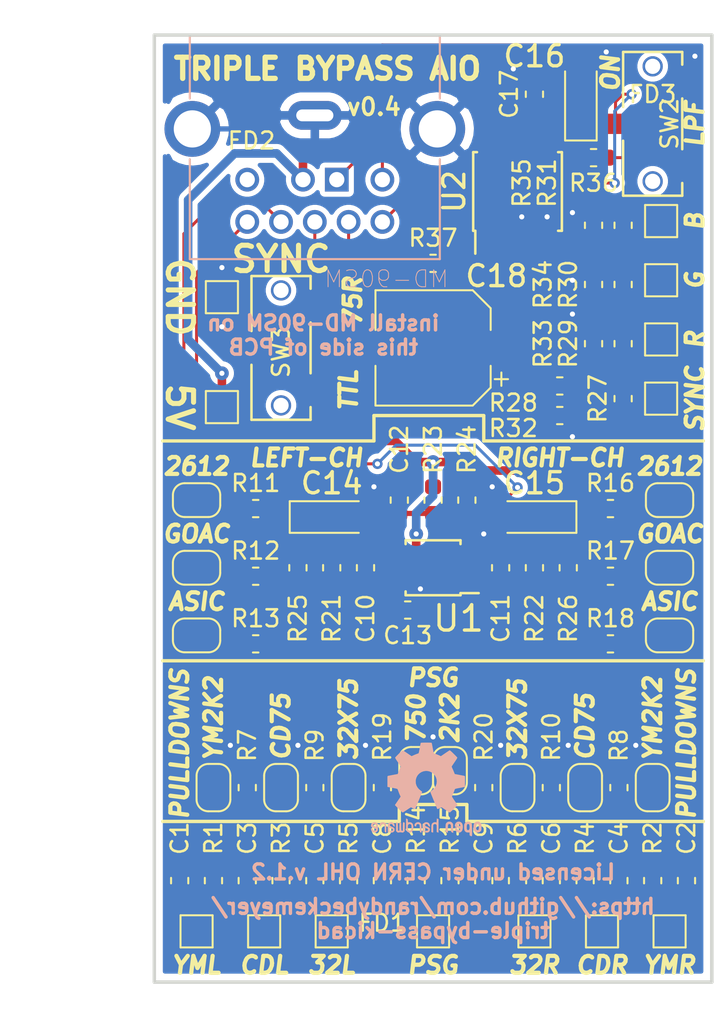
<source format=kicad_pcb>
(kicad_pcb (version 20171130) (host pcbnew "(5.1.0)-1")
  (title_block (title "Triple Bypass AIO") (date 2019-03-23) (rev 0.4) (comment 1 https://github.com/randybeckemeyer/triple-bypass-kicad) (comment 2 "Licensed under CERN OHL v.1.2"))
  (layers (0 F.Cu signal) (31 B.Cu mixed) (34 B.Paste user hide) (35 F.Paste user hide) (36 B.SilkS user) (37 F.SilkS user) (38 B.Mask user) (39 F.Mask user hide) (44 Edge.Cuts user))
  (net 0 "")
  (net 1 /SYNC-75)
  (net 2 GND)
  (net 3 /SR)
  (net 4 /SL)
  (net 5 +5V)
  (net 6 /SYNC-OUT)
  (net 7 /R-Out)
  (net 8 /G-Out)
  (net 9 /B-Out)
  (net 10 "/Mega Amp/32X-RIGHT-IN")
  (net 11 "/Mega Amp/SCD-RIGHT-IN")
  (net 12 "/Mega Amp/32X-LEFT-IN")
  (net 13 "/Mega Amp/YM-LEFT-IN")
  (net 14 "/Video Amp/SYNC-IN")
  (net 15 "/Mega Amp/PSG-IN")
  (net 16 "/Video Amp/R-IN")
  (net 17 "/Video Amp/G-IN")
  (net 18 "/Video Amp/B-IN")
  (net 19 "/Mega Amp/SCD-LEFT-IN")
  (net 20 "Net-(R29-Pad1)")
  (net 21 "/Mega Amp/L-CH")
  (net 22 "Net-(C4-Pad2)")
  (net 23 "/Mega Amp/R-CH")
  (net 24 "Net-(C5-Pad2)")
  (net 25 "Net-(C6-Pad2)")
  (net 26 "Net-(R37-Pad2)")
  (net 27 "Net-(C18-Pad1)")
  (net 28 "Net-(R36-Pad2)")
  (net 29 "Net-(R31-Pad1)")
  (net 30 "Net-(R30-Pad1)")
  (net 31 "Net-(R28-Pad1)")
  (net 32 "/Mega Amp/2V5")
  (net 33 "Net-(C15-Pad1)")
  (net 34 "Net-(C11-Pad2)")
  (net 35 "Net-(C10-Pad2)")
  (net 36 "Net-(C14-Pad1)")
  (net 37 "Net-(C9-Pad2)")
  (net 38 "Net-(C8-Pad2)")
  (net 39 "Net-(U2-Pad7)")
  (net 40 "Net-(U2-Pad8)")
  (net 41 "Net-(SW2-Pad2)")
  (net 42 "/Mega Amp/YM-RIGHT-IN")
  (net 43 "Net-(C2-Pad1)")
  (net 44 "Net-(JP7-Pad2)")
  (net 45 "Net-(JP1-Pad2)")
  (net 46 "Net-(JP3-Pad2)")
  (net 47 "Net-(JP6-Pad2)")
  (net 48 "Net-(JP5-Pad2)")
  (net 49 "Net-(JP2-Pad2)")
  (net 50 "Net-(C3-Pad2)")
  (net 51 "Net-(C1-Pad1)")
  (net 52 "Net-(JP4-Pad2)")
  (net 53 "Net-(JP9-Pad1)")
  (net 54 "Net-(JP8-Pad1)")
  (net 55 "Net-(JP10-Pad1)")
  (net 56 "Net-(JP11-Pad1)")
  (net 57 "Net-(JP12-Pad1)")
  (net 58 "Net-(JP13-Pad1)")
  (net 59 "Net-(JP14-Pad2)")
  (net 60 "Net-(J1-Pad6)")
  (module 100:CUI_MD-90SM (layer B.Cu) (at 135 66.75 180)
    (fp_text reference J1)
    (fp_text value MD-90SM (at -4.24323 -9.67377 180) (layer B.SilkS) (effects (font (size 1.00194 1.00194) (thickness 0.05)) (justify mirror)))
    (pad S3 thru_hole circle (at 7.25 -0.8 180) (size 3.3 3.3) (drill 2.2) (layers *.Cu *.Mask) (net 2 GND))
    (pad S2 thru_hole circle (at -7.25 -0.8 180) (size 3.3 3.3) (drill 2.2) (layers *.Cu *.Mask) (net 2 GND))
    (pad 5 thru_hole circle (at 0 -6.3 180) (size 1.408 1.408) (drill 0.9) (layers *.Cu *.Mask) (net 6 /SYNC-OUT))
    (pad 4 thru_hole circle (at -2 -6.3 180) (size 1.408 1.408) (drill 0.9) (layers *.Cu *.Mask) (net 1 /SYNC-75))
    (pad 8 thru_hole circle (at 2 -6.3 180) (size 1.408 1.408) (drill 0.9) (layers *.Cu *.Mask) (net 4 /SL))
    (pad 9 thru_hole circle (at 4 -6.3 180) (size 1.408 1.408) (drill 0.9) (layers *.Cu *.Mask) (net 3 /SR))
    (pad 7 thru_hole circle (at -4 -6.3 180) (size 1.408 1.408) (drill 0.9) (layers *.Cu *.Mask) (net 7 /R-Out))
    (pad 6 thru_hole circle (at 4 -3.8 180) (size 1.408 1.408) (drill 0.9) (layers *.Cu *.Mask) (net 60 "Net-(J1-Pad6)"))
    (pad 2 thru_hole circle (at 0.7 -3.8 180) (size 1.408 1.408) (drill 0.9) (layers *.Cu *.Mask) (net 5 +5V))
    (pad 1 thru_hole rect (at -1.3 -3.8 180) (size 1.408 1.408) (drill 0.9) (layers *.Cu *.Mask) (net 9 /B-Out))
    (pad 3 thru_hole circle (at -4 -3.8 180) (size 1.408 1.408) (drill 0.9) (layers *.Cu *.Mask) (net 8 /G-Out))
    (pad S1 thru_hole oval (at 0 0 180) (size 3.2 1.7) (drill oval 2.2 0.7) (layers *.Cu *.Mask) (net 2 GND))
  )
  (module Package_SO:TSSOP-8_3x3mm_P0.65mm (layer F.Cu) (at 142 93.5 180)
    (fp_text reference U1 (at -1.5 -3 180) (layer F.SilkS) (effects (font (size 1.5 1.5) (thickness 0.2))))
    (fp_text value LMV358M8G-13)
    (pad 1 smd rect (at -2.15 -0.975 180) (size 1.1 0.4) (layers F.Cu F.Paste F.Mask) (net 34 "Net-(C11-Pad2)"))
    (pad 2 smd rect (at -2.15 -0.325 180) (size 1.1 0.4) (layers F.Cu F.Paste F.Mask) (net 23 "/Mega Amp/R-CH"))
    (pad 3 smd rect (at -2.15 0.325 180) (size 1.1 0.4) (layers F.Cu F.Paste F.Mask) (net 32 "/Mega Amp/2V5"))
    (pad 4 smd rect (at -2.15 0.975 180) (size 1.1 0.4) (layers F.Cu F.Paste F.Mask) (net 2 GND))
    (pad 5 smd rect (at 2.15 0.975 180) (size 1.1 0.4) (layers F.Cu F.Paste F.Mask) (net 32 "/Mega Amp/2V5"))
    (pad 6 smd rect (at 2.15 0.325 180) (size 1.1 0.4) (layers F.Cu F.Paste F.Mask) (net 21 "/Mega Amp/L-CH"))
    (pad 7 smd rect (at 2.15 -0.325 180) (size 1.1 0.4) (layers F.Cu F.Paste F.Mask) (net 35 "Net-(C10-Pad2)"))
    (pad 8 smd rect (at 2.15 -0.975 180) (size 1.1 0.4) (layers F.Cu F.Paste F.Mask) (net 5 +5V))
  )
  (module Jumper:SolderJumper-2_P1.3mm_Open_RoundedPad1.0x1.5mm (layer F.Cu) (at 141 105.5 270)
    (fp_text reference JP7 hide)
    (fp_text value SolderJumper_3_Open)
    (pad 2 smd custom (at 0.65 0 270) (size 1 0.5) (layers F.Cu F.Mask) (net 44 "Net-(JP7-Pad2)") (options (clearance outline) (anchor rect)) (primitives (gr_circle (center 0 0.25) (end 0.5 0.25) (width 0)) (gr_circle (center 0 -0.25) (end 0.5 -0.25) (width 0)) (gr_poly (pts (xy 0 -0.75) (xy -0.5 -0.75) (xy -0.5 0.75) (xy 0 0.75)) (width 0))))
    (pad 1 smd custom (at -0.65 0 270) (size 1 0.5) (layers F.Cu F.Mask) (net 2 GND) (options (clearance outline) (anchor rect)) (primitives (gr_circle (center 0 0.25) (end 0.5 0.25) (width 0)) (gr_circle (center 0 -0.25) (end 0.5 -0.25) (width 0)) (gr_poly (pts (xy 0 -0.75) (xy 0.5 -0.75) (xy 0.5 0.75) (xy 0 0.75)) (width 0))))
  )
  (module Jumper:SolderJumper-2_P1.3mm_Open_RoundedPad1.0x1.5mm (layer F.Cu) (at 143 105.5 270)
    (fp_text reference JP14 hide)
    (fp_text value SolderJumper_3_Open)
    (pad 1 smd custom (at -0.65 0 270) (size 1 0.5) (layers F.Cu F.Mask) (net 2 GND) (options (clearance outline) (anchor rect)) (primitives (gr_circle (center 0 0.25) (end 0.5 0.25) (width 0)) (gr_circle (center 0 -0.25) (end 0.5 -0.25) (width 0)) (gr_poly (pts (xy 0 -0.75) (xy 0.5 -0.75) (xy 0.5 0.75) (xy 0 0.75)) (width 0))))
    (pad 2 smd custom (at 0.65 0 270) (size 1 0.5) (layers F.Cu F.Mask) (net 59 "Net-(JP14-Pad2)") (options (clearance outline) (anchor rect)) (primitives (gr_circle (center 0 0.25) (end 0.5 0.25) (width 0)) (gr_circle (center 0 -0.25) (end 0.5 -0.25) (width 0)) (gr_poly (pts (xy 0 -0.75) (xy -0.5 -0.75) (xy -0.5 0.75) (xy 0 0.75)) (width 0))))
  )
  (module Jumper:SolderJumper-2_P1.3mm_Open_RoundedPad1.0x1.5mm (layer F.Cu) (at 151 106.5 270)
    (fp_text reference JP4 hide)
    (fp_text value SolderJumper_3_Open)
    (pad 1 smd custom (at -0.65 0 270) (size 1 0.5) (layers F.Cu F.Mask) (net 2 GND) (options (clearance outline) (anchor rect)) (primitives (gr_circle (center 0 0.25) (end 0.5 0.25) (width 0)) (gr_circle (center 0 -0.25) (end 0.5 -0.25) (width 0)) (gr_poly (pts (xy 0 -0.75) (xy 0.5 -0.75) (xy 0.5 0.75) (xy 0 0.75)) (width 0))))
    (pad 2 smd custom (at 0.65 0 270) (size 1 0.5) (layers F.Cu F.Mask) (net 52 "Net-(JP4-Pad2)") (options (clearance outline) (anchor rect)) (primitives (gr_circle (center 0 0.25) (end 0.5 0.25) (width 0)) (gr_circle (center 0 -0.25) (end 0.5 -0.25) (width 0)) (gr_poly (pts (xy 0 -0.75) (xy -0.5 -0.75) (xy -0.5 0.75) (xy 0 0.75)) (width 0))))
  )
  (module Capacitor_SMD:C_0603_1608Metric (layer F.Cu) (at 127 112 270)
    (fp_text reference C1 (at -2.5 0 270) (layer F.SilkS))
    (fp_text value 10uF/10V)
    (pad 2 smd roundrect (at 0.7875 0 270) (size 0.875 0.95) (layers F.Cu F.Paste F.Mask) (net 13 "/Mega Amp/YM-LEFT-IN"))
    (pad 1 smd roundrect (at -0.7875 0 270) (size 0.875 0.95) (layers F.Cu F.Paste F.Mask) (net 51 "Net-(C1-Pad1)"))
  )
  (module Jumper:SolderJumper-2_P1.3mm_Open_RoundedPad1.0x1.5mm (layer F.Cu) (at 128 89.5 180)
    (fp_text reference JP8 hide)
    (fp_text value SolderJumper_3_Open)
    (pad 2 smd custom (at 0.65 0 180) (size 1 0.5) (layers F.Cu F.Mask) (net 51 "Net-(C1-Pad1)") (options (clearance outline) (anchor rect)) (primitives (gr_circle (center 0 0.25) (end 0.5 0.25) (width 0)) (gr_circle (center 0 -0.25) (end 0.5 -0.25) (width 0)) (gr_poly (pts (xy 0 -0.75) (xy -0.5 -0.75) (xy -0.5 0.75) (xy 0 0.75)) (width 0))))
    (pad 1 smd custom (at -0.65 0 180) (size 1 0.5) (layers F.Cu F.Mask) (net 54 "Net-(JP8-Pad1)") (options (clearance outline) (anchor rect)) (primitives (gr_circle (center 0 0.25) (end 0.5 0.25) (width 0)) (gr_circle (center 0 -0.25) (end 0.5 -0.25) (width 0)) (gr_poly (pts (xy 0 -0.75) (xy 0.5 -0.75) (xy 0.5 0.75) (xy 0 0.75)) (width 0))))
  )
  (module Jumper:SolderJumper-2_P1.3mm_Open_RoundedPad1.0x1.5mm (layer F.Cu) (at 156 93.5)
    (fp_text reference JP12 hide)
    (fp_text value SolderJumper_3_Open)
    (pad 2 smd custom (at 0.65 0) (size 1 0.5) (layers F.Cu F.Mask) (net 43 "Net-(C2-Pad1)") (options (clearance outline) (anchor rect)) (primitives (gr_circle (center 0 0.25) (end 0.5 0.25) (width 0)) (gr_circle (center 0 -0.25) (end 0.5 -0.25) (width 0)) (gr_poly (pts (xy 0 -0.75) (xy -0.5 -0.75) (xy -0.5 0.75) (xy 0 0.75)) (width 0))))
    (pad 1 smd custom (at -0.65 0) (size 1 0.5) (layers F.Cu F.Mask) (net 57 "Net-(JP12-Pad1)") (options (clearance outline) (anchor rect)) (primitives (gr_circle (center 0 0.25) (end 0.5 0.25) (width 0)) (gr_circle (center 0 -0.25) (end 0.5 -0.25) (width 0)) (gr_poly (pts (xy 0 -0.75) (xy 0.5 -0.75) (xy 0.5 0.75) (xy 0 0.75)) (width 0))))
  )
  (module Jumper:SolderJumper-2_P1.3mm_Open_RoundedPad1.0x1.5mm (layer F.Cu) (at 156 89.5)
    (fp_text reference JP11 hide)
    (fp_text value SolderJumper_3_Open)
    (pad 1 smd custom (at -0.65 0) (size 1 0.5) (layers F.Cu F.Mask) (net 56 "Net-(JP11-Pad1)") (options (clearance outline) (anchor rect)) (primitives (gr_circle (center 0 0.25) (end 0.5 0.25) (width 0)) (gr_circle (center 0 -0.25) (end 0.5 -0.25) (width 0)) (gr_poly (pts (xy 0 -0.75) (xy 0.5 -0.75) (xy 0.5 0.75) (xy 0 0.75)) (width 0))))
    (pad 2 smd custom (at 0.65 0) (size 1 0.5) (layers F.Cu F.Mask) (net 43 "Net-(C2-Pad1)") (options (clearance outline) (anchor rect)) (primitives (gr_circle (center 0 0.25) (end 0.5 0.25) (width 0)) (gr_circle (center 0 -0.25) (end 0.5 -0.25) (width 0)) (gr_poly (pts (xy 0 -0.75) (xy -0.5 -0.75) (xy -0.5 0.75) (xy 0 0.75)) (width 0))))
  )
  (module Jumper:SolderJumper-2_P1.3mm_Open_RoundedPad1.0x1.5mm (layer F.Cu) (at 128 97.5 180)
    (fp_text reference JP10 hide)
    (fp_text value SolderJumper_3_Open)
    (pad 2 smd custom (at 0.65 0 180) (size 1 0.5) (layers F.Cu F.Mask) (net 51 "Net-(C1-Pad1)") (options (clearance outline) (anchor rect)) (primitives (gr_circle (center 0 0.25) (end 0.5 0.25) (width 0)) (gr_circle (center 0 -0.25) (end 0.5 -0.25) (width 0)) (gr_poly (pts (xy 0 -0.75) (xy -0.5 -0.75) (xy -0.5 0.75) (xy 0 0.75)) (width 0))))
    (pad 1 smd custom (at -0.65 0 180) (size 1 0.5) (layers F.Cu F.Mask) (net 55 "Net-(JP10-Pad1)") (options (clearance outline) (anchor rect)) (primitives (gr_circle (center 0 0.25) (end 0.5 0.25) (width 0)) (gr_circle (center 0 -0.25) (end 0.5 -0.25) (width 0)) (gr_poly (pts (xy 0 -0.75) (xy 0.5 -0.75) (xy 0.5 0.75) (xy 0 0.75)) (width 0))))
  )
  (module Jumper:SolderJumper-2_P1.3mm_Open_RoundedPad1.0x1.5mm (layer F.Cu) (at 128 93.5 180)
    (fp_text reference JP9 hide)
    (fp_text value SolderJumper_3_Open)
    (pad 1 smd custom (at -0.65 0 180) (size 1 0.5) (layers F.Cu F.Mask) (net 53 "Net-(JP9-Pad1)") (options (clearance outline) (anchor rect)) (primitives (gr_circle (center 0 0.25) (end 0.5 0.25) (width 0)) (gr_circle (center 0 -0.25) (end 0.5 -0.25) (width 0)) (gr_poly (pts (xy 0 -0.75) (xy 0.5 -0.75) (xy 0.5 0.75) (xy 0 0.75)) (width 0))))
    (pad 2 smd custom (at 0.65 0 180) (size 1 0.5) (layers F.Cu F.Mask) (net 51 "Net-(C1-Pad1)") (options (clearance outline) (anchor rect)) (primitives (gr_circle (center 0 0.25) (end 0.5 0.25) (width 0)) (gr_circle (center 0 -0.25) (end 0.5 -0.25) (width 0)) (gr_poly (pts (xy 0 -0.75) (xy -0.5 -0.75) (xy -0.5 0.75) (xy 0 0.75)) (width 0))))
  )
  (module Jumper:SolderJumper-2_P1.3mm_Open_RoundedPad1.0x1.5mm (layer F.Cu) (at 133 106.5 270)
    (fp_text reference JP3 hide)
    (fp_text value SolderJumper_3_Open)
    (pad 2 smd custom (at 0.65 0 270) (size 1 0.5) (layers F.Cu F.Mask) (net 46 "Net-(JP3-Pad2)") (options (clearance outline) (anchor rect)) (primitives (gr_circle (center 0 0.25) (end 0.5 0.25) (width 0)) (gr_circle (center 0 -0.25) (end 0.5 -0.25) (width 0)) (gr_poly (pts (xy 0 -0.75) (xy -0.5 -0.75) (xy -0.5 0.75) (xy 0 0.75)) (width 0))))
    (pad 1 smd custom (at -0.65 0 270) (size 1 0.5) (layers F.Cu F.Mask) (net 2 GND) (options (clearance outline) (anchor rect)) (primitives (gr_circle (center 0 0.25) (end 0.5 0.25) (width 0)) (gr_circle (center 0 -0.25) (end 0.5 -0.25) (width 0)) (gr_poly (pts (xy 0 -0.75) (xy 0.5 -0.75) (xy 0.5 0.75) (xy 0 0.75)) (width 0))))
  )
  (module Jumper:SolderJumper-2_P1.3mm_Open_RoundedPad1.0x1.5mm (layer F.Cu) (at 155 106.5 270)
    (fp_text reference JP2 hide)
    (fp_text value SolderJumper_3_Open)
    (pad 1 smd custom (at -0.65 0 270) (size 1 0.5) (layers F.Cu F.Mask) (net 2 GND) (options (clearance outline) (anchor rect)) (primitives (gr_circle (center 0 0.25) (end 0.5 0.25) (width 0)) (gr_circle (center 0 -0.25) (end 0.5 -0.25) (width 0)) (gr_poly (pts (xy 0 -0.75) (xy 0.5 -0.75) (xy 0.5 0.75) (xy 0 0.75)) (width 0))))
    (pad 2 smd custom (at 0.65 0 270) (size 1 0.5) (layers F.Cu F.Mask) (net 49 "Net-(JP2-Pad2)") (options (clearance outline) (anchor rect)) (primitives (gr_circle (center 0 0.25) (end 0.5 0.25) (width 0)) (gr_circle (center 0 -0.25) (end 0.5 -0.25) (width 0)) (gr_poly (pts (xy 0 -0.75) (xy -0.5 -0.75) (xy -0.5 0.75) (xy 0 0.75)) (width 0))))
  )
  (module Jumper:SolderJumper-2_P1.3mm_Open_RoundedPad1.0x1.5mm (layer F.Cu) (at 129 106.5 270)
    (fp_text reference JP1 hide)
    (fp_text value SolderJumper_3_Open)
    (pad 2 smd custom (at 0.65 0 270) (size 1 0.5) (layers F.Cu F.Mask) (net 45 "Net-(JP1-Pad2)") (options (clearance outline) (anchor rect)) (primitives (gr_circle (center 0 0.25) (end 0.5 0.25) (width 0)) (gr_circle (center 0 -0.25) (end 0.5 -0.25) (width 0)) (gr_poly (pts (xy 0 -0.75) (xy -0.5 -0.75) (xy -0.5 0.75) (xy 0 0.75)) (width 0))))
    (pad 1 smd custom (at -0.65 0 270) (size 1 0.5) (layers F.Cu F.Mask) (net 2 GND) (options (clearance outline) (anchor rect)) (primitives (gr_circle (center 0 0.25) (end 0.5 0.25) (width 0)) (gr_circle (center 0 -0.25) (end 0.5 -0.25) (width 0)) (gr_poly (pts (xy 0 -0.75) (xy 0.5 -0.75) (xy 0.5 0.75) (xy 0 0.75)) (width 0))))
  )
  (module Jumper:SolderJumper-2_P1.3mm_Open_RoundedPad1.0x1.5mm (layer F.Cu) (at 156 97.5)
    (fp_text reference JP13 hide)
    (fp_text value SolderJumper_3_Open)
    (pad 1 smd custom (at -0.65 0) (size 1 0.5) (layers F.Cu F.Mask) (net 58 "Net-(JP13-Pad1)") (options (clearance outline) (anchor rect)) (primitives (gr_circle (center 0 0.25) (end 0.5 0.25) (width 0)) (gr_circle (center 0 -0.25) (end 0.5 -0.25) (width 0)) (gr_poly (pts (xy 0 -0.75) (xy 0.5 -0.75) (xy 0.5 0.75) (xy 0 0.75)) (width 0))))
    (pad 2 smd custom (at 0.65 0) (size 1 0.5) (layers F.Cu F.Mask) (net 43 "Net-(C2-Pad1)") (options (clearance outline) (anchor rect)) (primitives (gr_circle (center 0 0.25) (end 0.5 0.25) (width 0)) (gr_circle (center 0 -0.25) (end 0.5 -0.25) (width 0)) (gr_poly (pts (xy 0 -0.75) (xy -0.5 -0.75) (xy -0.5 0.75) (xy 0 0.75)) (width 0))))
  )
  (module Jumper:SolderJumper-2_P1.3mm_Open_RoundedPad1.0x1.5mm (layer F.Cu) (at 147 106.5 270)
    (fp_text reference JP6 hide)
    (fp_text value SolderJumper_3_Open)
    (pad 2 smd custom (at 0.65 0 270) (size 1 0.5) (layers F.Cu F.Mask) (net 47 "Net-(JP6-Pad2)") (options (clearance outline) (anchor rect)) (primitives (gr_circle (center 0 0.25) (end 0.5 0.25) (width 0)) (gr_circle (center 0 -0.25) (end 0.5 -0.25) (width 0)) (gr_poly (pts (xy 0 -0.75) (xy -0.5 -0.75) (xy -0.5 0.75) (xy 0 0.75)) (width 0))))
    (pad 1 smd custom (at -0.65 0 270) (size 1 0.5) (layers F.Cu F.Mask) (net 2 GND) (options (clearance outline) (anchor rect)) (primitives (gr_circle (center 0 0.25) (end 0.5 0.25) (width 0)) (gr_circle (center 0 -0.25) (end 0.5 -0.25) (width 0)) (gr_poly (pts (xy 0 -0.75) (xy 0.5 -0.75) (xy 0.5 0.75) (xy 0 0.75)) (width 0))))
  )
  (module Jumper:SolderJumper-2_P1.3mm_Open_RoundedPad1.0x1.5mm (layer F.Cu) (at 137 106.5 270)
    (fp_text reference JP5 hide)
    (fp_text value SolderJumper_3_Open)
    (pad 1 smd custom (at -0.65 0 270) (size 1 0.5) (layers F.Cu F.Mask) (net 2 GND) (options (clearance outline) (anchor rect)) (primitives (gr_circle (center 0 0.25) (end 0.5 0.25) (width 0)) (gr_circle (center 0 -0.25) (end 0.5 -0.25) (width 0)) (gr_poly (pts (xy 0 -0.75) (xy 0.5 -0.75) (xy 0.5 0.75) (xy 0 0.75)) (width 0))))
    (pad 2 smd custom (at 0.65 0 270) (size 1 0.5) (layers F.Cu F.Mask) (net 48 "Net-(JP5-Pad2)") (options (clearance outline) (anchor rect)) (primitives (gr_circle (center 0 0.25) (end 0.5 0.25) (width 0)) (gr_circle (center 0 -0.25) (end 0.5 -0.25) (width 0)) (gr_poly (pts (xy 0 -0.75) (xy -0.5 -0.75) (xy -0.5 0.75) (xy 0 0.75)) (width 0))))
  )
  (module Resistor_SMD:R_0603_1608Metric (layer F.Cu) (at 139 106.5 90)
    (fp_text reference R19 (at 3 0 90) (layer F.SilkS))
    (fp_text value 120K)
    (pad 2 smd roundrect (at 0.7875 0 90) (size 0.875 0.95) (layers F.Cu F.Paste F.Mask) (net 21 "/Mega Amp/L-CH"))
    (pad 1 smd roundrect (at -0.7875 0 90) (size 0.875 0.95) (layers F.Cu F.Paste F.Mask) (net 38 "Net-(C8-Pad2)"))
  )
  (module Capacitor_SMD:C_0603_1608Metric (layer F.Cu) (at 135 112 90)
    (fp_text reference C5 (at 2.5 0 90) (layer F.SilkS))
    (fp_text value 1uF/16V)
    (pad 2 smd roundrect (at 0.7875 0 90) (size 0.875 0.95) (layers F.Cu F.Paste F.Mask) (net 24 "Net-(C5-Pad2)"))
    (pad 1 smd roundrect (at -0.7875 0 90) (size 0.875 0.95) (layers F.Cu F.Paste F.Mask) (net 12 "/Mega Amp/32X-LEFT-IN"))
  )
  (module Capacitor_SMD:C_0603_1608Metric (layer F.Cu) (at 148 65.5 90)
    (fp_text reference C17 (at 0 -1.5 90) (layer F.SilkS))
    (fp_text value 0.1uF/50V)
    (pad 1 smd roundrect (at -0.7875 0 90) (size 0.875 0.95) (layers F.Cu F.Paste F.Mask) (net 5 +5V))
    (pad 2 smd roundrect (at 0.7875 0 90) (size 0.875 0.95) (layers F.Cu F.Paste F.Mask) (net 2 GND))
  )
  (module Capacitor_SMD:C_0603_1608Metric (layer F.Cu) (at 140.5 96)
    (fp_text reference C13 (at 0 1.5) (layer F.SilkS))
    (fp_text value 0.1uF/50V)
    (pad 2 smd roundrect (at 0.7875 0) (size 0.875 0.95) (layers F.Cu F.Paste F.Mask) (net 2 GND))
    (pad 1 smd roundrect (at -0.7875 0) (size 0.875 0.95) (layers F.Cu F.Paste F.Mask) (net 5 +5V))
  )
  (module Capacitor_SMD:C_0603_1608Metric (layer F.Cu) (at 140 89.5 270)
    (fp_text reference C12 (at -3 0 270) (layer F.SilkS))
    (fp_text value 10uF/10V)
    (pad 1 smd roundrect (at -0.7875 0 270) (size 0.875 0.95) (layers F.Cu F.Paste F.Mask) (net 2 GND))
    (pad 2 smd roundrect (at 0.7875 0 270) (size 0.875 0.95) (layers F.Cu F.Paste F.Mask) (net 32 "/Mega Amp/2V5"))
  )
  (module Capacitor_SMD:C_0603_1608Metric (layer F.Cu) (at 138 93.5 270)
    (fp_text reference C10 (at 3 0 270) (layer F.SilkS))
    (fp_text value 180pF/50V)
    (pad 2 smd roundrect (at 0.7875 0 270) (size 0.875 0.95) (layers F.Cu F.Paste F.Mask) (net 35 "Net-(C10-Pad2)"))
    (pad 1 smd roundrect (at -0.7875 0 270) (size 0.875 0.95) (layers F.Cu F.Paste F.Mask) (net 21 "/Mega Amp/L-CH"))
  )
  (module Capacitor_SMD:C_0603_1608Metric (layer F.Cu) (at 145 112 90)
    (fp_text reference C9 (at 2.5 0 90) (layer F.SilkS))
    (fp_text value 1uF/16V)
    (pad 1 smd roundrect (at -0.7875 0 90) (size 0.875 0.95) (layers F.Cu F.Paste F.Mask) (net 15 "/Mega Amp/PSG-IN"))
    (pad 2 smd roundrect (at 0.7875 0 90) (size 0.875 0.95) (layers F.Cu F.Paste F.Mask) (net 37 "Net-(C9-Pad2)"))
  )
  (module Capacitor_SMD:C_0603_1608Metric (layer F.Cu) (at 139 112 90)
    (fp_text reference C8 (at 2.5 0 90) (layer F.SilkS))
    (fp_text value 1uF/16V)
    (pad 2 smd roundrect (at 0.7875 0 90) (size 0.875 0.95) (layers F.Cu F.Paste F.Mask) (net 38 "Net-(C8-Pad2)"))
    (pad 1 smd roundrect (at -0.7875 0 90) (size 0.875 0.95) (layers F.Cu F.Paste F.Mask) (net 15 "/Mega Amp/PSG-IN"))
  )
  (module Capacitor_SMD:C_0603_1608Metric (layer F.Cu) (at 149 112 90)
    (fp_text reference C6 (at 2.5 0 90) (layer F.SilkS))
    (fp_text value 1uF/16V)
    (pad 2 smd roundrect (at 0.7875 0 90) (size 0.875 0.95) (layers F.Cu F.Paste F.Mask) (net 25 "Net-(C6-Pad2)"))
    (pad 1 smd roundrect (at -0.7875 0 90) (size 0.875 0.95) (layers F.Cu F.Paste F.Mask) (net 10 "/Mega Amp/32X-RIGHT-IN"))
  )
  (module Capacitor_SMD:C_0603_1608Metric (layer F.Cu) (at 153 112 90)
    (fp_text reference C4 (at 2.5 0 90) (layer F.SilkS))
    (fp_text value 1uF/16V)
    (pad 1 smd roundrect (at -0.7875 0 90) (size 0.875 0.95) (layers F.Cu F.Paste F.Mask) (net 11 "/Mega Amp/SCD-RIGHT-IN"))
    (pad 2 smd roundrect (at 0.7875 0 90) (size 0.875 0.95) (layers F.Cu F.Paste F.Mask) (net 22 "Net-(C4-Pad2)"))
  )
  (module Capacitor_SMD:C_0603_1608Metric (layer F.Cu) (at 131 112 90)
    (fp_text reference C3 (at 2.5 0 90) (layer F.SilkS))
    (fp_text value 1uF/16V)
    (pad 2 smd roundrect (at 0.7875 0 90) (size 0.875 0.95) (layers F.Cu F.Paste F.Mask) (net 50 "Net-(C3-Pad2)"))
    (pad 1 smd roundrect (at -0.7875 0 90) (size 0.875 0.95) (layers F.Cu F.Paste F.Mask) (net 19 "/Mega Amp/SCD-LEFT-IN"))
  )
  (module Capacitor_SMD:C_0603_1608Metric (layer F.Cu) (at 157 112 270)
    (fp_text reference C2 (at -2.5 0 270) (layer F.SilkS))
    (fp_text value 10uF/10V)
    (pad 1 smd roundrect (at -0.7875 0 270) (size 0.875 0.95) (layers F.Cu F.Paste F.Mask) (net 43 "Net-(C2-Pad1)"))
    (pad 2 smd roundrect (at 0.7875 0 270) (size 0.875 0.95) (layers F.Cu F.Paste F.Mask) (net 42 "/Mega Amp/YM-RIGHT-IN"))
  )
  (module Capacitor_SMD:C_0603_1608Metric (layer F.Cu) (at 146 93.5 270)
    (fp_text reference C11 (at 3 0 270) (layer F.SilkS))
    (fp_text value 180pF/50V)
    (pad 1 smd roundrect (at -0.7875 0 270) (size 0.875 0.95) (layers F.Cu F.Paste F.Mask) (net 23 "/Mega Amp/R-CH"))
    (pad 2 smd roundrect (at 0.7875 0 270) (size 0.875 0.95) (layers F.Cu F.Paste F.Mask) (net 34 "Net-(C11-Pad2)"))
  )
  (module Resistor_SMD:R_0603_1608Metric (layer F.Cu) (at 152.5 90 180)
    (fp_text reference R16 (at 0 1.5 180) (layer F.SilkS))
    (fp_text value 6K19)
    (pad 1 smd roundrect (at -0.7875 0 180) (size 0.875 0.95) (layers F.Cu F.Paste F.Mask) (net 56 "Net-(JP11-Pad1)"))
    (pad 2 smd roundrect (at 0.7875 0 180) (size 0.875 0.95) (layers F.Cu F.Paste F.Mask) (net 23 "/Mega Amp/R-CH"))
  )
  (module Resistor_SMD:R_0603_1608Metric (layer F.Cu) (at 152.5 94 180)
    (fp_text reference R17 (at 0 1.5 180) (layer F.SilkS))
    (fp_text value 43K)
    (pad 2 smd roundrect (at 0.7875 0 180) (size 0.875 0.95) (layers F.Cu F.Paste F.Mask) (net 23 "/Mega Amp/R-CH"))
    (pad 1 smd roundrect (at -0.7875 0 180) (size 0.875 0.95) (layers F.Cu F.Paste F.Mask) (net 57 "Net-(JP12-Pad1)"))
  )
  (module Resistor_SMD:R_0603_1608Metric (layer F.Cu) (at 152.5 98 180)
    (fp_text reference R18 (at 0 1.5 180) (layer F.SilkS))
    (fp_text value 56K)
    (pad 1 smd roundrect (at -0.7875 0 180) (size 0.875 0.95) (layers F.Cu F.Paste F.Mask) (net 58 "Net-(JP13-Pad1)"))
    (pad 2 smd roundrect (at 0.7875 0 180) (size 0.875 0.95) (layers F.Cu F.Paste F.Mask) (net 23 "/Mega Amp/R-CH"))
  )
  (module Resistor_SMD:R_0603_1608Metric (layer F.Cu) (at 145 106.5 90)
    (fp_text reference R20 (at 3 0 90) (layer F.SilkS))
    (fp_text value 120K)
    (pad 1 smd roundrect (at -0.7875 0 90) (size 0.875 0.95) (layers F.Cu F.Paste F.Mask) (net 37 "Net-(C9-Pad2)"))
    (pad 2 smd roundrect (at 0.7875 0 90) (size 0.875 0.95) (layers F.Cu F.Paste F.Mask) (net 23 "/Mega Amp/R-CH"))
  )
  (module Resistor_SMD:R_0603_1608Metric (layer F.Cu) (at 136 93.5 270)
    (fp_text reference R21 (at 3 0 270) (layer F.SilkS))
    (fp_text value 240K)
    (pad 2 smd roundrect (at 0.7875 0 270) (size 0.875 0.95) (layers F.Cu F.Paste F.Mask) (net 35 "Net-(C10-Pad2)"))
    (pad 1 smd roundrect (at -0.7875 0 270) (size 0.875 0.95) (layers F.Cu F.Paste F.Mask) (net 21 "/Mega Amp/L-CH"))
  )
  (module Resistor_SMD:R_0603_1608Metric (layer F.Cu) (at 148 93.5 270)
    (fp_text reference R22 (at 3 0 270) (layer F.SilkS))
    (fp_text value 240K)
    (pad 1 smd roundrect (at -0.7875 0 270) (size 0.875 0.95) (layers F.Cu F.Paste F.Mask) (net 23 "/Mega Amp/R-CH"))
    (pad 2 smd roundrect (at 0.7875 0 270) (size 0.875 0.95) (layers F.Cu F.Paste F.Mask) (net 34 "Net-(C11-Pad2)"))
  )
  (module Resistor_SMD:R_0603_1608Metric (layer F.Cu) (at 144 89.5 90)
    (fp_text reference R24 (at 3 0 90) (layer F.SilkS))
    (fp_text value 10K)
    (pad 2 smd roundrect (at 0.7875 0 90) (size 0.875 0.95) (layers F.Cu F.Paste F.Mask) (net 2 GND))
    (pad 1 smd roundrect (at -0.7875 0 90) (size 0.875 0.95) (layers F.Cu F.Paste F.Mask) (net 32 "/Mega Amp/2V5"))
  )
  (module Resistor_SMD:R_0603_1608Metric (layer F.Cu) (at 134 93.5 90)
    (fp_text reference R25 (at -3 0 90) (layer F.SilkS))
    (fp_text value 332R)
    (pad 1 smd roundrect (at -0.7875 0 90) (size 0.875 0.95) (layers F.Cu F.Paste F.Mask) (net 35 "Net-(C10-Pad2)"))
    (pad 2 smd roundrect (at 0.7875 0 90) (size 0.875 0.95) (layers F.Cu F.Paste F.Mask) (net 36 "Net-(C14-Pad1)"))
  )
  (module Resistor_SMD:R_0603_1608Metric (layer F.Cu) (at 150 93.5 90)
    (fp_text reference R26 (at -3 0 90) (layer F.SilkS))
    (fp_text value 332R)
    (pad 2 smd roundrect (at 0.7875 0 90) (size 0.875 0.95) (layers F.Cu F.Paste F.Mask) (net 33 "Net-(C15-Pad1)"))
    (pad 1 smd roundrect (at -0.7875 0 90) (size 0.875 0.95) (layers F.Cu F.Paste F.Mask) (net 34 "Net-(C11-Pad2)"))
  )
  (module Resistor_SMD:R_0603_1608Metric (layer F.Cu) (at 153.25 83.5 270)
    (fp_text reference R27 (at 0 1.5 270) (layer F.SilkS))
    (fp_text value 2K2)
    (pad 1 smd roundrect (at -0.7875 0 270) (size 0.875 0.95) (layers F.Cu F.Paste F.Mask) (net 14 "/Video Amp/SYNC-IN"))
    (pad 2 smd roundrect (at 0.7875 0 270) (size 0.875 0.95) (layers F.Cu F.Paste F.Mask) (net 5 +5V))
  )
  (module Resistor_SMD:R_0603_1608Metric (layer F.Cu) (at 149.5 82.75)
    (fp_text reference R28 (at -2.75 1) (layer F.SilkS))
    (fp_text value 5K62)
    (pad 2 smd roundrect (at 0.7875 0) (size 0.875 0.95) (layers F.Cu F.Paste F.Mask) (net 14 "/Video Amp/SYNC-IN"))
    (pad 1 smd roundrect (at -0.7875 0) (size 0.875 0.95) (layers F.Cu F.Paste F.Mask) (net 31 "Net-(R28-Pad1)"))
  )
  (module Resistor_SMD:R_0603_1608Metric (layer F.Cu) (at 153.25 80.25 90)
    (fp_text reference R29 (at 0 -3.25 90) (layer F.SilkS))
    (fp_text value 5K62)
    (pad 1 smd roundrect (at -0.7875 0 90) (size 0.875 0.95) (layers F.Cu F.Paste F.Mask) (net 20 "Net-(R29-Pad1)"))
    (pad 2 smd roundrect (at 0.7875 0 90) (size 0.875 0.95) (layers F.Cu F.Paste F.Mask) (net 16 "/Video Amp/R-IN"))
  )
  (module Resistor_SMD:R_0603_1608Metric (layer F.Cu) (at 153.25 76.75 90)
    (fp_text reference R30 (at 0 -3.25 90) (layer F.SilkS))
    (fp_text value 5K62)
    (pad 2 smd roundrect (at 0.7875 0 90) (size 0.875 0.95) (layers F.Cu F.Paste F.Mask) (net 17 "/Video Amp/G-IN"))
    (pad 1 smd roundrect (at -0.7875 0 90) (size 0.875 0.95) (layers F.Cu F.Paste F.Mask) (net 30 "Net-(R30-Pad1)"))
  )
  (module Resistor_SMD:R_0603_1608Metric (layer F.Cu) (at 153.25 73.25 90)
    (fp_text reference R31 (at 2.5 -4.5 90) (layer F.SilkS))
    (fp_text value 5K62)
    (pad 1 smd roundrect (at -0.7875 0 90) (size 0.875 0.95) (layers F.Cu F.Paste F.Mask) (net 29 "Net-(R31-Pad1)"))
    (pad 2 smd roundrect (at 0.7875 0 90) (size 0.875 0.95) (layers F.Cu F.Paste F.Mask) (net 18 "/Video Amp/B-IN"))
  )
  (module Resistor_SMD:R_0603_1608Metric (layer F.Cu) (at 142 89.5 270)
    (fp_text reference R23 (at -3 0 270) (layer F.SilkS))
    (fp_text value 10K)
    (pad 2 smd roundrect (at 0.7875 0 270) (size 0.875 0.95) (layers F.Cu F.Paste F.Mask) (net 32 "/Mega Amp/2V5"))
    (pad 1 smd roundrect (at -0.7875 0 270) (size 0.875 0.95) (layers F.Cu F.Paste F.Mask) (net 5 +5V))
  )
  (module Resistor_SMD:R_0603_1608Metric (layer F.Cu) (at 149.5 84.5 180)
    (fp_text reference R32 (at 2.75 -0.75 180) (layer F.SilkS))
    (fp_text value 1K)
    (pad 1 smd roundrect (at -0.7875 0 180) (size 0.875 0.95) (layers F.Cu F.Paste F.Mask) (net 2 GND))
    (pad 2 smd roundrect (at 0.7875 0 180) (size 0.875 0.95) (layers F.Cu F.Paste F.Mask) (net 31 "Net-(R28-Pad1)"))
  )
  (module Resistor_SMD:R_0603_1608Metric (layer F.Cu) (at 151.5 76.75 270)
    (fp_text reference R34 (at 0 3 270) (layer F.SilkS))
    (fp_text value 1K)
    (pad 2 smd roundrect (at 0.7875 0 270) (size 0.875 0.95) (layers F.Cu F.Paste F.Mask) (net 30 "Net-(R30-Pad1)"))
    (pad 1 smd roundrect (at -0.7875 0 270) (size 0.875 0.95) (layers F.Cu F.Paste F.Mask) (net 2 GND))
  )
  (module Resistor_SMD:R_0603_1608Metric (layer F.Cu) (at 143 112 90)
    (fp_text reference R15 (at 3 0 90) (layer F.SilkS))
    (fp_text value 2K2)
    (pad 1 smd roundrect (at -0.7875 0 90) (size 0.875 0.95) (layers F.Cu F.Paste F.Mask) (net 15 "/Mega Amp/PSG-IN"))
    (pad 2 smd roundrect (at 0.7875 0 90) (size 0.875 0.95) (layers F.Cu F.Paste F.Mask) (net 59 "Net-(JP14-Pad2)"))
  )
  (module Resistor_SMD:R_0603_1608Metric (layer F.Cu) (at 151.5 73.25 270)
    (fp_text reference R35 (at -2.5 4.25 270) (layer F.SilkS))
    (fp_text value 1K)
    (pad 2 smd roundrect (at 0.7875 0 270) (size 0.875 0.95) (layers F.Cu F.Paste F.Mask) (net 29 "Net-(R31-Pad1)"))
    (pad 1 smd roundrect (at -0.7875 0 270) (size 0.875 0.95) (layers F.Cu F.Paste F.Mask) (net 2 GND))
  )
  (module Resistor_SMD:R_0603_1608Metric (layer F.Cu) (at 151.5 69.25)
    (fp_text reference R36 (at 0 1.5) (layer F.SilkS))
    (fp_text value 100K)
    (pad 1 smd roundrect (at -0.7875 0) (size 0.875 0.95) (layers F.Cu F.Paste F.Mask) (net 5 +5V))
    (pad 2 smd roundrect (at 0.7875 0) (size 0.875 0.95) (layers F.Cu F.Paste F.Mask) (net 28 "Net-(R36-Pad2)"))
  )
  (module Resistor_SMD:R_0603_1608Metric (layer F.Cu) (at 142 75.5 180)
    (fp_text reference R37 (at 0 1.5 180) (layer F.SilkS))
    (fp_text value 75R)
    (pad 2 smd roundrect (at 0.7875 0 180) (size 0.875 0.95) (layers F.Cu F.Paste F.Mask) (net 26 "Net-(R37-Pad2)"))
    (pad 1 smd roundrect (at -0.7875 0 180) (size 0.875 0.95) (layers F.Cu F.Paste F.Mask) (net 27 "Net-(C18-Pad1)"))
  )
  (module Resistor_SMD:R_0603_1608Metric (layer F.Cu) (at 141 112 90)
    (fp_text reference R14 (at 3 0 90) (layer F.SilkS))
    (fp_text value 750R)
    (pad 1 smd roundrect (at -0.7875 0 90) (size 0.875 0.95) (layers F.Cu F.Paste F.Mask) (net 15 "/Mega Amp/PSG-IN"))
    (pad 2 smd roundrect (at 0.7875 0 90) (size 0.875 0.95) (layers F.Cu F.Paste F.Mask) (net 44 "Net-(JP7-Pad2)"))
  )
  (module Resistor_SMD:R_0603_1608Metric (layer F.Cu) (at 149 106.5 90)
    (fp_text reference R10 (at 3 0 90) (layer F.SilkS))
    (fp_text value 130K)
    (pad 2 smd roundrect (at 0.7875 0 90) (size 0.875 0.95) (layers F.Cu F.Paste F.Mask) (net 23 "/Mega Amp/R-CH"))
    (pad 1 smd roundrect (at -0.7875 0 90) (size 0.875 0.95) (layers F.Cu F.Paste F.Mask) (net 25 "Net-(C6-Pad2)"))
  )
  (module Resistor_SMD:R_0603_1608Metric (layer F.Cu) (at 135 106.5 90)
    (fp_text reference R9 (at 2.5 0 90) (layer F.SilkS))
    (fp_text value 130K)
    (pad 1 smd roundrect (at -0.7875 0 90) (size 0.875 0.95) (layers F.Cu F.Paste F.Mask) (net 24 "Net-(C5-Pad2)"))
    (pad 2 smd roundrect (at 0.7875 0 90) (size 0.875 0.95) (layers F.Cu F.Paste F.Mask) (net 21 "/Mega Amp/L-CH"))
  )
  (module Resistor_SMD:R_0603_1608Metric (layer F.Cu) (at 153 106.5 90)
    (fp_text reference R8 (at 2.5 0 90) (layer F.SilkS))
    (fp_text value 130K)
    (pad 2 smd roundrect (at 0.7875 0 90) (size 0.875 0.95) (layers F.Cu F.Paste F.Mask) (net 23 "/Mega Amp/R-CH"))
    (pad 1 smd roundrect (at -0.7875 0 90) (size 0.875 0.95) (layers F.Cu F.Paste F.Mask) (net 22 "Net-(C4-Pad2)"))
  )
  (module Resistor_SMD:R_0603_1608Metric (layer F.Cu) (at 131 106.5 90)
    (fp_text reference R7 (at 2.5 0 90) (layer F.SilkS))
    (fp_text value 130K)
    (pad 1 smd roundrect (at -0.7875 0 90) (size 0.875 0.95) (layers F.Cu F.Paste F.Mask) (net 50 "Net-(C3-Pad2)"))
    (pad 2 smd roundrect (at 0.7875 0 90) (size 0.875 0.95) (layers F.Cu F.Paste F.Mask) (net 21 "/Mega Amp/L-CH"))
  )
  (module Resistor_SMD:R_0603_1608Metric (layer F.Cu) (at 137 112 90)
    (fp_text reference R5 (at 2.5 0 90) (layer F.SilkS))
    (fp_text value 75R)
    (pad 2 smd roundrect (at 0.7875 0 90) (size 0.875 0.95) (layers F.Cu F.Paste F.Mask) (net 48 "Net-(JP5-Pad2)"))
    (pad 1 smd roundrect (at -0.7875 0 90) (size 0.875 0.95) (layers F.Cu F.Paste F.Mask) (net 12 "/Mega Amp/32X-LEFT-IN"))
  )
  (module Resistor_SMD:R_0603_1608Metric (layer F.Cu) (at 151 112 90)
    (fp_text reference R4 (at 2.5 0 90) (layer F.SilkS))
    (fp_text value 75R)
    (pad 1 smd roundrect (at -0.7875 0 90) (size 0.875 0.95) (layers F.Cu F.Paste F.Mask) (net 11 "/Mega Amp/SCD-RIGHT-IN"))
    (pad 2 smd roundrect (at 0.7875 0 90) (size 0.875 0.95) (layers F.Cu F.Paste F.Mask) (net 52 "Net-(JP4-Pad2)"))
  )
  (module Resistor_SMD:R_0603_1608Metric (layer F.Cu) (at 133 112 90)
    (fp_text reference R3 (at 2.5 0 90) (layer F.SilkS))
    (fp_text value 75R)
    (pad 2 smd roundrect (at 0.7875 0 90) (size 0.875 0.95) (layers F.Cu F.Paste F.Mask) (net 46 "Net-(JP3-Pad2)"))
    (pad 1 smd roundrect (at -0.7875 0 90) (size 0.875 0.95) (layers F.Cu F.Paste F.Mask) (net 19 "/Mega Amp/SCD-LEFT-IN"))
  )
  (module Resistor_SMD:R_0603_1608Metric (layer F.Cu) (at 155 112 90)
    (fp_text reference R2 (at 2.5 0 90) (layer F.SilkS))
    (fp_text value 2K2)
    (pad 1 smd roundrect (at -0.7875 0 90) (size 0.875 0.95) (layers F.Cu F.Paste F.Mask) (net 42 "/Mega Amp/YM-RIGHT-IN"))
    (pad 2 smd roundrect (at 0.7875 0 90) (size 0.875 0.95) (layers F.Cu F.Paste F.Mask) (net 49 "Net-(JP2-Pad2)"))
  )
  (module Resistor_SMD:R_0603_1608Metric (layer F.Cu) (at 129 112 90)
    (fp_text reference R1 (at 2.5 0 90) (layer F.SilkS))
    (fp_text value 2K2)
    (pad 2 smd roundrect (at 0.7875 0 90) (size 0.875 0.95) (layers F.Cu F.Paste F.Mask) (net 45 "Net-(JP1-Pad2)"))
    (pad 1 smd roundrect (at -0.7875 0 90) (size 0.875 0.95) (layers F.Cu F.Paste F.Mask) (net 13 "/Mega Amp/YM-LEFT-IN"))
  )
  (module Resistor_SMD:R_0603_1608Metric (layer F.Cu) (at 131.5 98)
    (fp_text reference R13 (at 0 -1.5) (layer F.SilkS))
    (fp_text value 56K)
    (pad 1 smd roundrect (at -0.7875 0) (size 0.875 0.95) (layers F.Cu F.Paste F.Mask) (net 55 "Net-(JP10-Pad1)"))
    (pad 2 smd roundrect (at 0.7875 0) (size 0.875 0.95) (layers F.Cu F.Paste F.Mask) (net 21 "/Mega Amp/L-CH"))
  )
  (module Resistor_SMD:R_0603_1608Metric (layer F.Cu) (at 131.5 90)
    (fp_text reference R11 (at 0 -1.5) (layer F.SilkS))
    (fp_text value 6K19)
    (pad 2 smd roundrect (at 0.7875 0) (size 0.875 0.95) (layers F.Cu F.Paste F.Mask) (net 21 "/Mega Amp/L-CH"))
    (pad 1 smd roundrect (at -0.7875 0) (size 0.875 0.95) (layers F.Cu F.Paste F.Mask) (net 54 "Net-(JP8-Pad1)"))
  )
  (module Resistor_SMD:R_0603_1608Metric (layer F.Cu) (at 131.5 94)
    (fp_text reference R12 (at 0 -1.5) (layer F.SilkS))
    (fp_text value 43K)
    (pad 1 smd roundrect (at -0.7875 0) (size 0.875 0.95) (layers F.Cu F.Paste F.Mask) (net 53 "Net-(JP9-Pad1)"))
    (pad 2 smd roundrect (at 0.7875 0) (size 0.875 0.95) (layers F.Cu F.Paste F.Mask) (net 21 "/Mega Amp/L-CH"))
  )
  (module Resistor_SMD:R_0603_1608Metric (layer F.Cu) (at 147 112 90)
    (fp_text reference R6 (at 2.5 0 90) (layer F.SilkS))
    (fp_text value 75R)
    (pad 2 smd roundrect (at 0.7875 0 90) (size 0.875 0.95) (layers F.Cu F.Paste F.Mask) (net 47 "Net-(JP6-Pad2)"))
    (pad 1 smd roundrect (at -0.7875 0 90) (size 0.875 0.95) (layers F.Cu F.Paste F.Mask) (net 10 "/Mega Amp/32X-RIGHT-IN"))
  )
  (module Resistor_SMD:R_0603_1608Metric (layer F.Cu) (at 151.5 80.25 270)
    (fp_text reference R33 (at 0 3 270) (layer F.SilkS))
    (fp_text value 1K)
    (pad 1 smd roundrect (at -0.7875 0 270) (size 0.875 0.95) (layers F.Cu F.Paste F.Mask) (net 2 GND))
    (pad 2 smd roundrect (at 0.7875 0 270) (size 0.875 0.95) (layers F.Cu F.Paste F.Mask) (net 20 "Net-(R29-Pad1)"))
  )
  (module 100:CL-SB-12B-01 (layer F.Cu) (at 133 80.5 90)
    (fp_text reference SW3 (at -0.25 0 90) (layer F.SilkS))
    (fp_text value SW_SPDT)
    (pad 2 smd rect (at 0 -2.2 90) (size 1.2 1.4) (layers F.Cu F.Paste F.Mask) (net 6 /SYNC-OUT))
    (pad 3 smd rect (at 2.5 2.2 90) (size 1.2 1.4) (layers F.Cu F.Paste F.Mask) (net 1 /SYNC-75))
    (pad 1 smd rect (at -2.5 2.2 90) (size 1.2 1.4) (layers F.Cu F.Paste F.Mask) (net 14 "/Video Amp/SYNC-IN"))
    (pad "" np_thru_hole circle (at 3.4 0 90) (size 1.2 1.2) (drill 0.9) (layers *.Cu *.Mask))
    (pad "" np_thru_hole circle (at -3.4 0 90) (size 1.2 1.2) (drill 0.9) (layers *.Cu *.Mask))
  )
  (module 100:CL-SB-12B-01 (layer F.Cu) (at 155 67.25 90)
    (fp_text reference SW2 (at 0 1 90) (layer F.SilkS))
    (fp_text value SW_SPDT)
    (pad "" np_thru_hole circle (at -3.4 0 90) (size 1.2 1.2) (drill 0.9) (layers *.Cu *.Mask))
    (pad "" np_thru_hole circle (at 3.4 0 90) (size 1.2 1.2) (drill 0.9) (layers *.Cu *.Mask))
    (pad 1 smd rect (at -2.5 2.2 90) (size 1.2 1.4) (layers F.Cu F.Paste F.Mask) (net 28 "Net-(R36-Pad2)"))
    (pad 3 smd rect (at 2.5 2.2 90) (size 1.2 1.4) (layers F.Cu F.Paste F.Mask) (net 2 GND))
    (pad 2 smd rect (at 0 -2.2 90) (size 1.2 1.4) (layers F.Cu F.Paste F.Mask) (net 41 "Net-(SW2-Pad2)"))
  )
  (module Capacitor_SMD:CP_Elec_6.3x5.4_Nichicon (layer F.Cu) (at 142 80.5 180)
    (fp_text reference C18 (at -3.75 4.25) (layer F.SilkS) (effects (font (size 1.25 1.25) (thickness 0.2))))
    (fp_text value 220uF/10V)
    (pad 1 smd rect (at -2.7 0 180) (size 3.5 1.6) (layers F.Cu F.Paste F.Mask) (net 27 "Net-(C18-Pad1)"))
    (pad 2 smd rect (at 2.7 0 180) (size 3.5 1.6) (layers F.Cu F.Paste F.Mask) (net 1 /SYNC-75))
  )
  (module Capacitor_Tantalum_SMD:CP_EIA-3216-18_Kemet-A_Pad1.58x1.35mm_HandSolder (layer F.Cu) (at 148 90.5 180)
    (fp_text reference C15 (at 0 2) (layer F.SilkS) (effects (font (size 1.25 1.25) (thickness 0.2))))
    (fp_text value 22uF/10V)
    (pad 1 smd roundrect (at -1.4375 0 180) (size 1.575 1.35) (layers F.Cu F.Paste F.Mask) (roundrect_rratio 0.185185) (net 33 "Net-(C15-Pad1)"))
    (pad 2 smd roundrect (at 1.4375 0 180) (size 1.575 1.35) (layers F.Cu F.Paste F.Mask) (roundrect_rratio 0.185185) (net 3 /SR))
  )
  (module Capacitor_Tantalum_SMD:CP_EIA-3216-18_Kemet-A_Pad1.58x1.35mm_HandSolder (layer F.Cu) (at 150.75 65.75 90)
    (fp_text reference C16 (at 2.5 -2.75 180) (layer F.SilkS) (effects (font (size 1.25 1.25) (thickness 0.2))))
    (fp_text value 22uF/10V)
    (pad 2 smd roundrect (at 1.4375 0 90) (size 1.575 1.35) (layers F.Cu F.Paste F.Mask) (roundrect_rratio 0.185185) (net 2 GND))
    (pad 1 smd roundrect (at -1.4375 0 90) (size 1.575 1.35) (layers F.Cu F.Paste F.Mask) (roundrect_rratio 0.185185) (net 5 +5V))
  )
  (module Capacitor_Tantalum_SMD:CP_EIA-3216-18_Kemet-A_Pad1.58x1.35mm_HandSolder (layer F.Cu) (at 136 90.5)
    (fp_text reference C14 (at 0 -2) (layer F.SilkS) (effects (font (size 1.25 1.25) (thickness 0.2))))
    (fp_text value 22uF/10V)
    (pad 1 smd roundrect (at -1.4375 0) (size 1.575 1.35) (layers F.Cu F.Paste F.Mask) (roundrect_rratio 0.185185) (net 36 "Net-(C14-Pad1)"))
    (pad 2 smd roundrect (at 1.4375 0) (size 1.575 1.35) (layers F.Cu F.Paste F.Mask) (roundrect_rratio 0.185185) (net 4 /SL))
  )
  (module Fiducial:Fiducial_0.5mm_Dia_1mm_Outer (layer F.Cu) (at 154.5 67)
    (fp_text reference FD3 (at 0.5 -1.5 180) (layer F.SilkS))
    (fp_text value Fiducial)
    (pad ~ smd circle (at 0 0) (size 0.5 0.5) (layers F.Cu F.Mask) (clearance 0.25))
  )
  (module Fiducial:Fiducial_0.5mm_Dia_1mm_Outer (layer F.Cu) (at 131.25 66.5)
    (fp_text reference FD2 (at 0 1.75 180) (layer F.SilkS))
    (fp_text value Fiducial)
    (pad ~ smd circle (at 0 0) (size 0.5 0.5) (layers F.Cu F.Mask) (clearance 0.25))
  )
  (module Fiducial:Fiducial_0.5mm_Dia_1mm_Outer (layer F.Cu) (at 139 116)
    (fp_text reference FD1 (at 0 -1.5) (layer F.SilkS))
    (fp_text value Fiducial)
    (pad ~ smd circle (at 0 0) (size 0.5 0.5) (layers F.Cu F.Mask) (clearance 0.25))
  )
  (module Package_SO:TSSOP-14_4.4x5mm_P0.65mm (layer F.Cu) (at 147 71.25 90)
    (fp_text reference U2 (at 0 -3.75 90) (layer F.SilkS) (effects (font (size 1.25 1.25) (thickness 0.2))))
    (fp_text value THS7374IPWR)
    (pad 1 smd rect (at -2.95 -1.95 90) (size 1.45 0.45) (layers F.Cu F.Paste F.Mask) (net 31 "Net-(R28-Pad1)"))
    (pad 2 smd rect (at -2.95 -1.3 90) (size 1.45 0.45) (layers F.Cu F.Paste F.Mask) (net 20 "Net-(R29-Pad1)"))
    (pad 3 smd rect (at -2.95 -0.65 90) (size 1.45 0.45) (layers F.Cu F.Paste F.Mask) (net 30 "Net-(R30-Pad1)"))
    (pad 4 smd rect (at -2.95 0 90) (size 1.45 0.45) (layers F.Cu F.Paste F.Mask) (net 29 "Net-(R31-Pad1)"))
    (pad 5 smd rect (at -2.95 0.65 90) (size 1.45 0.45) (layers F.Cu F.Paste F.Mask) (net 2 GND))
    (pad 6 smd rect (at -2.95 1.3 90) (size 1.45 0.45) (layers F.Cu F.Paste F.Mask) (net 2 GND))
    (pad 7 smd rect (at -2.95 1.95 90) (size 1.45 0.45) (layers F.Cu F.Paste F.Mask) (net 39 "Net-(U2-Pad7)"))
    (pad 8 smd rect (at 2.95 1.95 90) (size 1.45 0.45) (layers F.Cu F.Paste F.Mask) (net 40 "Net-(U2-Pad8)"))
    (pad 9 smd rect (at 2.95 1.3 90) (size 1.45 0.45) (layers F.Cu F.Paste F.Mask) (net 41 "Net-(SW2-Pad2)"))
    (pad 10 smd rect (at 2.95 0.65 90) (size 1.45 0.45) (layers F.Cu F.Paste F.Mask) (net 5 +5V))
    (pad 11 smd rect (at 2.95 0 90) (size 1.45 0.45) (layers F.Cu F.Paste F.Mask) (net 9 /B-Out))
    (pad 12 smd rect (at 2.95 -0.65 90) (size 1.45 0.45) (layers F.Cu F.Paste F.Mask) (net 8 /G-Out))
    (pad 13 smd rect (at 2.95 -1.3 90) (size 1.45 0.45) (layers F.Cu F.Paste F.Mask) (net 7 /R-Out))
    (pad 14 smd rect (at 2.95 -1.95 90) (size 1.45 0.45) (layers F.Cu F.Paste F.Mask) (net 26 "Net-(R37-Pad2)"))
  )
  (module TestPoint:TestPoint_Pad_1.5x1.5mm (layer F.Cu) (at 132 115)
    (fp_text reference P11 hide)
    (fp_text value TP_50)
    (pad 1 smd rect (at 0 0) (size 1.5 1.5) (layers F.Cu F.Mask) (net 19 "/Mega Amp/SCD-LEFT-IN"))
  )
  (module TestPoint:TestPoint_Pad_1.5x1.5mm (layer F.Cu) (at 155.5 73 180)
    (fp_text reference P5 hide)
    (fp_text value TP_50)
    (pad 1 smd rect (at 0 0 180) (size 1.5 1.5) (layers F.Cu F.Mask) (net 18 "/Video Amp/B-IN"))
  )
  (module TestPoint:TestPoint_Pad_1.5x1.5mm (layer F.Cu) (at 155.5 76.5 180)
    (fp_text reference P4 hide)
    (fp_text value TP_50)
    (pad 1 smd rect (at 0 0 180) (size 1.5 1.5) (layers F.Cu F.Mask) (net 17 "/Video Amp/G-IN"))
  )
  (module TestPoint:TestPoint_Pad_1.5x1.5mm (layer F.Cu) (at 155.5 80 180)
    (fp_text reference P3 hide)
    (fp_text value TP_50)
    (pad 1 smd rect (at 0 0 180) (size 1.5 1.5) (layers F.Cu F.Mask) (net 16 "/Video Amp/R-IN"))
  )
  (module TestPoint:TestPoint_Pad_1.5x1.5mm (layer F.Cu) (at 129.5 84)
    (fp_text reference P1 hide)
    (fp_text value TP_50)
    (pad 1 smd rect (at 0 0) (size 1.5 1.5) (layers F.Cu F.Mask) (net 5 +5V))
  )
  (module TestPoint:TestPoint_Pad_1.5x1.5mm (layer F.Cu) (at 129.5 77.5)
    (fp_text reference P2 hide)
    (fp_text value TP_50)
    (pad 1 smd rect (at 0 0) (size 1.5 1.5) (layers F.Cu F.Mask) (net 2 GND))
  )
  (module TestPoint:TestPoint_Pad_1.5x1.5mm (layer F.Cu) (at 142 115)
    (fp_text reference P13 hide)
    (fp_text value TP_50)
    (pad 1 smd rect (at 0 0) (size 1.5 1.5) (layers F.Cu F.Mask) (net 15 "/Mega Amp/PSG-IN"))
  )
  (module TestPoint:TestPoint_Pad_1.5x1.5mm (layer F.Cu) (at 155.5 83.5 180)
    (fp_text reference P6 hide)
    (fp_text value TP_50)
    (pad 1 smd rect (at 0 0 180) (size 1.5 1.5) (layers F.Cu F.Mask) (net 14 "/Video Amp/SYNC-IN"))
  )
  (module TestPoint:TestPoint_Pad_1.5x1.5mm (layer F.Cu) (at 128 115)
    (fp_text reference P7 hide)
    (fp_text value TP_50)
    (pad 1 smd rect (at 0 0) (size 1.5 1.5) (layers F.Cu F.Mask) (net 13 "/Mega Amp/YM-LEFT-IN"))
  )
  (module TestPoint:TestPoint_Pad_1.5x1.5mm (layer F.Cu) (at 156 115)
    (fp_text reference P8 hide)
    (fp_text value TP_50)
    (pad 1 smd rect (at 0 0) (size 1.5 1.5) (layers F.Cu F.Mask) (net 42 "/Mega Amp/YM-RIGHT-IN"))
  )
  (module TestPoint:TestPoint_Pad_1.5x1.5mm (layer F.Cu) (at 136 115)
    (fp_text reference P9 hide)
    (fp_text value TP_50)
    (pad 1 smd rect (at 0 0) (size 1.5 1.5) (layers F.Cu F.Mask) (net 12 "/Mega Amp/32X-LEFT-IN"))
  )
  (module TestPoint:TestPoint_Pad_1.5x1.5mm (layer F.Cu) (at 152 115)
    (fp_text reference P12 hide)
    (fp_text value TP_50)
    (pad 1 smd rect (at 0 0) (size 1.5 1.5) (layers F.Cu F.Mask) (net 11 "/Mega Amp/SCD-RIGHT-IN"))
  )
  (module TestPoint:TestPoint_Pad_1.5x1.5mm (layer F.Cu) (at 148 115)
    (fp_text reference P10 hide)
    (fp_text value TP_50)
    (pad 1 smd rect (at 0 0) (size 1.5 1.5) (layers F.Cu F.Mask) (net 10 "/Mega Amp/32X-RIGHT-IN"))
  )
  (module Symbol:OSHW-Logo2_7.3x6mm_SilkScreen (layer B.Cu) (at 141.595 106.602 180)
    (fp_text reference LOGO1 hide)
    (fp_text value Logo_Open_Hardware_Small hide)
  )
  (gr_text ON (at 152.5 64.25 90) (layer F.SilkS) (effects (font (size 1 1) (thickness 0.25) italic)))
  (gr_text LPF (at 157.5 67.25 90) (layer F.SilkS) (effects (font (size 1 1) (thickness 0.25) italic)))
  (gr_text 75R (at 137.25 77.75 90) (layer F.SilkS) (effects (font (size 1 1) (thickness 0.25) italic)))
  (gr_text TTL (at 137 83 90) (layer F.SilkS) (effects (font (size 1 1) (thickness 0.25) italic)))
  (gr_text SYNC (at 133 75.25) (layer F.SilkS) (effects (font (size 1.5 1.5) (thickness 0.3))))
  (gr_line (start 158.5 62) (end 125.5 62) (layer Edge.Cuts) (width 0.2))
  (gr_text B (at 157.5 73 90) (layer F.SilkS) (effects (font (size 1 1) (thickness 0.25) italic)))
  (gr_text G (at 157.5 76.5 90) (layer F.SilkS) (effects (font (size 1 1) (thickness 0.25) italic)))
  (gr_text R (at 157.5 80 90) (layer F.SilkS) (effects (font (size 1 1) (thickness 0.25) italic)))
  (gr_text SYNC (at 157.5 83.5 90) (layer F.SilkS) (effects (font (size 1 1) (thickness 0.25) italic)))
  (gr_text LEFT-CH (at 134.5 87) (layer F.SilkS) (effects (font (size 1 1) (thickness 0.25) italic)))
  (gr_text RIGHT-CH (at 149.5 87) (layer F.SilkS) (effects (font (size 1 1) (thickness 0.25) italic)))
  (gr_line (start 138.5 86) (end 126 86) (layer F.SilkS) (width 0.2))
  (gr_line (start 138.5 84.5) (end 138.5 86) (layer F.SilkS) (width 0.2))
  (gr_line (start 145 84.5) (end 138.5 84.5) (layer F.SilkS) (width 0.2))
  (gr_line (start 145 86) (end 145 84.5) (layer F.SilkS) (width 0.2))
  (gr_line (start 158 86) (end 145 86) (layer F.SilkS) (width 0.2))
  (gr_line (start 140 107.5) (end 140 108.5) (layer F.SilkS) (width 0.2))
  (gr_line (start 144 107.5) (end 140 107.5) (layer F.SilkS) (width 0.2))
  (gr_line (start 144 108.5) (end 144 107.5) (layer F.SilkS) (width 0.2))
  (gr_text 2K2 (at 143 104 90) (layer F.SilkS) (effects (font (size 1 1) (thickness 0.25) italic) (justify left)))
  (gr_text 750 (at 141 104 90) (layer F.SilkS) (effects (font (size 1 1) (thickness 0.25) italic) (justify left)))
  (gr_line (start 144 108.5) (end 158 108.5) (layer F.SilkS) (width 0.2))
  (gr_line (start 126 108.5) (end 140 108.5) (layer F.SilkS) (width 0.2))
  (gr_line (start 158 99) (end 126 99) (layer F.SilkS) (width 0.2))
  (gr_text CD75 (at 151 105 90) (layer F.SilkS) (effects (font (size 1 1) (thickness 0.25) italic) (justify left)))
  (gr_text YM2K2 (at 155 105 90) (layer F.SilkS) (effects (font (size 1 1) (thickness 0.25) italic) (justify left)))
  (gr_text 32X75 (at 147 105 90) (layer F.SilkS) (effects (font (size 1 1) (thickness 0.25) italic) (justify left)))
  (gr_text PULLDOWNS (at 157 108.5 90) (layer F.SilkS) (effects (font (size 1 1) (thickness 0.25) italic) (justify left)))
  (gr_text PULLDOWNS (at 127 108.5 90) (layer F.SilkS) (effects (font (size 1 1) (thickness 0.25) italic) (justify left)))
  (gr_text 32X75 (at 137 105 90) (layer F.SilkS) (effects (font (size 1 1) (thickness 0.25) italic) (justify left)))
  (gr_text YM2K2 (at 129 105 90) (layer F.SilkS) (effects (font (size 1 1) (thickness 0.25) italic) (justify left)))
  (gr_text CD75 (at 133 105 90) (layer F.SilkS) (effects (font (size 1 1) (thickness 0.25) italic) (justify left)))
  (gr_text PSG (at 142 100) (layer F.SilkS) (effects (font (size 1 1) (thickness 0.25) italic)))
  (gr_text 2612 (at 156 87.5) (layer F.SilkS) (effects (font (size 1 1) (thickness 0.25) italic)))
  (gr_text ASIC (at 156 95.5) (layer F.SilkS) (effects (font (size 1 1) (thickness 0.25) italic)))
  (gr_text GOAC (at 156 91.5) (layer F.SilkS) (effects (font (size 1 1) (thickness 0.25) italic)))
  (gr_text ASIC (at 128 95.5) (layer F.SilkS) (effects (font (size 1 1) (thickness 0.25) italic)))
  (gr_text GOAC (at 128 91.5) (layer F.SilkS) (effects (font (size 1 1) (thickness 0.25) italic)))
  (gr_text 2612 (at 128 87.5) (layer F.SilkS) (effects (font (size 1 1) (thickness 0.25) italic)))
  (gr_text CDR (at 152 117) (layer F.SilkS) (effects (font (size 1 1) (thickness 0.25) italic)))
  (gr_text 32L (at 136 117) (layer F.SilkS) (effects (font (size 1 1) (thickness 0.25) italic)))
  (gr_text YML (at 128 117) (layer F.SilkS) (effects (font (size 1 1) (thickness 0.25) italic)))
  (gr_text YMR (at 156 117) (layer F.SilkS) (effects (font (size 1 1) (thickness 0.25) italic)))
  (gr_text 32R (at 148 117) (layer F.SilkS) (effects (font (size 1 1) (thickness 0.25) italic)))
  (gr_text "Licensed under CERN OHL v.1.2" (at 142 111.5) (layer B.SilkS) (effects (font (size 0.889 0.889) (thickness 0.2032)) (justify mirror)))
  (gr_text "https://github.com/randybeckemeyer/\ntriple-bypass-kicad" (at 142 114.25) (layer B.SilkS) (effects (font (size 0.889 0.889) (thickness 0.2032)) (justify mirror)))
  (gr_text "install MD-90SM on\nthis side of PCB" (at 135.5 79.75) (layer B.SilkS) (effects (font (size 0.889 0.889) (thickness 0.2032)) (justify mirror)))
  (gr_text "TRIPLE BYPASS AIO" (at 135.75 64) (layer F.SilkS) (effects (font (size 1.25 1.25) (thickness 0.3125))))
  (gr_text v0.4 (at 138.5 66.25) (layer F.SilkS) (effects (font (size 1 1) (thickness 0.2))))
  (gr_text GND (at 127 77.5 270) (layer F.SilkS) (effects (font (size 1.5 1.5) (thickness 0.3))))
  (gr_text PSG (at 142 117) (layer F.SilkS) (effects (font (size 1 1) (thickness 0.25) italic)))
  (gr_text CDL (at 132 117) (layer F.SilkS) (effects (font (size 1 1) (thickness 0.25) italic)))
  (gr_text 5V (at 127 84 270) (layer F.SilkS) (effects (font (size 1.5 1.5) (thickness 0.3))))
  (gr_line (start 158.5 62) (end 158.5 118) (angle 90) (layer Edge.Cuts) (width 0.2032))
  (gr_line (start 125.5 118) (end 125.5 62) (angle 90) (layer Edge.Cuts) (width 0.2032))
  (gr_line (start 125.5 118) (end 158.5 118) (angle 90) (layer Edge.Cuts) (width 0.2032))
  (segment (start 136.5 80.5) (end 139.3 80.5) (width 0.1778) (layer F.Cu) (net 1))
  (segment (start 135.2 79.2) (end 136.5 80.5) (width 0.1778) (layer F.Cu) (net 1))
  (segment (start 135.2 79.2) (end 135.2 78) (width 0.1778) (layer F.Cu) (net 1))
  (segment (start 137 74.75) (end 137 73.05) (width 0.1778) (layer F.Cu) (net 1))
  (segment (start 135.2 78) (end 135.2 76.55) (width 0.1778) (layer F.Cu) (net 1))
  (segment (start 135.2 76.55) (end 137 74.75) (width 0.1778) (layer F.Cu) (net 1))
  (via (at 129.5 79.25) (size 0.8128) (drill 0.3048) (layers F.Cu B.Cu) (net 2))
  (via (at 130 104) (size 0.8128) (drill 0.3048) (layers F.Cu B.Cu) (net 2))
  (via (at 134 104) (size 0.8128) (drill 0.3048) (layers F.Cu B.Cu) (net 2))
  (via (at 138 104) (size 0.8128) (drill 0.3048) (layers F.Cu B.Cu) (net 2))
  (via (at 142 103.5) (size 0.8128) (drill 0.3048) (layers F.Cu B.Cu) (net 2))
  (segment (start 142.5 103.5) (end 142 103.5) (width 0.3048) (layer F.Cu) (net 2))
  (segment (start 143 104.85) (end 143 104) (width 0.3048) (layer F.Cu) (net 2))
  (segment (start 143 104) (end 142.5 103.5) (width 0.3048) (layer F.Cu) (net 2))
  (segment (start 141.5 103.5) (end 142 103.5) (width 0.3048) (layer F.Cu) (net 2))
  (segment (start 141 104.85) (end 141 104) (width 0.3048) (layer F.Cu) (net 2))
  (segment (start 141 104) (end 141.5 103.5) (width 0.3048) (layer F.Cu) (net 2))
  (segment (start 137.5 104) (end 138 104) (width 0.3048) (layer F.Cu) (net 2))
  (segment (start 137 105.85) (end 137 104.5) (width 0.3048) (layer F.Cu) (net 2))
  (segment (start 137 104.5) (end 137.5 104) (width 0.3048) (layer F.Cu) (net 2))
  (segment (start 133.5 104) (end 134 104) (width 0.3048) (layer F.Cu) (net 2))
  (segment (start 133 105.85) (end 133 104.5) (width 0.3048) (layer F.Cu) (net 2))
  (segment (start 133 104.5) (end 133.5 104) (width 0.3048) (layer F.Cu) (net 2))
  (segment (start 129.5 104) (end 130 104) (width 0.3048) (layer F.Cu) (net 2))
  (segment (start 129 105.85) (end 129 104.5) (width 0.3048) (layer F.Cu) (net 2))
  (segment (start 129 104.5) (end 129.5 104) (width 0.3048) (layer F.Cu) (net 2))
  (segment (start 147 104.5) (end 147 105.85) (width 0.3048) (layer F.Cu) (net 2))
  (segment (start 146.5 104) (end 147 104.5) (width 0.3048) (layer F.Cu) (net 2))
  (via (at 146 104) (size 0.8128) (drill 0.3048) (layers F.Cu B.Cu) (net 2))
  (segment (start 146 104) (end 146.5 104) (width 0.3048) (layer F.Cu) (net 2))
  (via (at 150 104) (size 0.8128) (drill 0.3048) (layers F.Cu B.Cu) (net 2))
  (segment (start 151 104.5) (end 151 105.85) (width 0.3048) (layer F.Cu) (net 2))
  (segment (start 150.5 104) (end 151 104.5) (width 0.3048) (layer F.Cu) (net 2))
  (segment (start 150 104) (end 150.5 104) (width 0.3048) (layer F.Cu) (net 2))
  (via (at 154 104) (size 0.8128) (drill 0.3048) (layers F.Cu B.Cu) (net 2))
  (segment (start 155 104.5) (end 155 105.85) (width 0.3048) (layer F.Cu) (net 2))
  (segment (start 154 104) (end 154.5 104) (width 0.3048) (layer F.Cu) (net 2))
  (segment (start 154.5 104) (end 155 104.5) (width 0.3048) (layer F.Cu) (net 2))
  (segment (start 138.5 88.7125) (end 140 88.7125) (width 0.3048) (layer F.Cu) (net 2))
  (via (at 138.5 88.7125) (size 0.8128) (drill 0.3048) (layers F.Cu B.Cu) (net 2))
  (segment (start 145.5 88.7125) (end 144 88.7125) (width 0.3048) (layer F.Cu) (net 2))
  (via (at 145.5 88.7125) (size 0.8128) (drill 0.3048) (layers F.Cu B.Cu) (net 2))
  (via (at 145 91.5) (size 0.8128) (drill 0.3048) (layers F.Cu B.Cu) (net 2))
  (segment (start 129.5 77.5) (end 129.5 79.25) (width 0.508) (layer F.Cu) (net 2))
  (via (at 150.25 85.75) (size 0.8128) (drill 0.3048) (layers F.Cu B.Cu) (net 2))
  (segment (start 150.2875 84.5) (end 150.2875 85.7125) (width 0.3048) (layer F.Cu) (net 2))
  (segment (start 150.2875 85.7125) (end 150.25 85.75) (width 0.3048) (layer F.Cu) (net 2))
  (via (at 150.25 78.5) (size 0.8128) (drill 0.3048) (layers F.Cu B.Cu) (net 2))
  (segment (start 150.7125 79.4625) (end 151.5 79.4625) (width 0.3048) (layer F.Cu) (net 2))
  (segment (start 150.25 78.5) (end 150.25 79) (width 0.3048) (layer F.Cu) (net 2))
  (segment (start 150.25 79) (end 150.7125 79.4625) (width 0.3048) (layer F.Cu) (net 2))
  (via (at 150.25 76.5) (size 0.8128) (drill 0.3048) (layers F.Cu B.Cu) (net 2))
  (segment (start 151.5 75.9625) (end 150.7875 75.9625) (width 0.3048) (layer F.Cu) (net 2))
  (segment (start 150.7875 75.9625) (end 150.25 76.5) (width 0.3048) (layer F.Cu) (net 2))
  (via (at 150.25 72.5) (size 0.8128) (drill 0.3048) (layers F.Cu B.Cu) (net 2))
  (segment (start 151.5 72.4625) (end 150.2875 72.4625) (width 0.3048) (layer F.Cu) (net 2))
  (segment (start 150.2875 72.4625) (end 150.25 72.5) (width 0.3048) (layer F.Cu) (net 2))
  (via (at 147.25 72.75) (size 0.8128) (drill 0.3048) (layers F.Cu B.Cu) (net 2))
  (segment (start 147.65 74.2) (end 147.65 73.15) (width 0.3048) (layer F.Cu) (net 2))
  (segment (start 147.65 73.15) (end 147.25 72.75) (width 0.3048) (layer F.Cu) (net 2))
  (via (at 148.75 72.75) (size 0.8128) (drill 0.3048) (layers F.Cu B.Cu) (net 2))
  (segment (start 148.3 74.2) (end 148.3 73.2) (width 0.3048) (layer F.Cu) (net 2))
  (segment (start 148.3 73.2) (end 148.75 72.75) (width 0.3048) (layer F.Cu) (net 2))
  (via (at 141.25 94.75) (size 0.8128) (drill 0.3048) (layers F.Cu B.Cu) (net 2))
  (segment (start 141.25 95.9625) (end 141.2875 96) (width 0.3048) (layer F.Cu) (net 2))
  (segment (start 141.25 94.75) (end 141.25 95.9625) (width 0.3048) (layer F.Cu) (net 2))
  (via (at 146.75 64) (size 0.8128) (drill 0.3048) (layers F.Cu B.Cu) (net 2))
  (segment (start 147.2875 64) (end 146.75 64) (width 0.3048) (layer F.Cu) (net 2))
  (segment (start 148 64.7125) (end 147.2875 64) (width 0.3048) (layer F.Cu) (net 2))
  (via (at 157.5 63.25) (size 0.8128) (drill 0.3048) (layers F.Cu B.Cu) (net 2))
  (segment (start 157.2 64.75) (end 157.2 63.55) (width 0.3048) (layer F.Cu) (net 2))
  (segment (start 157.2 63.55) (end 157.5 63.25) (width 0.3048) (layer F.Cu) (net 2))
  (via (at 152.25 63) (size 0.8128) (drill 0.3048) (layers F.Cu B.Cu) (net 2))
  (segment (start 152 63) (end 152.25 63) (width 0.3048) (layer F.Cu) (net 2))
  (segment (start 150.75 64.3125) (end 150.75 64.25) (width 0.3048) (layer F.Cu) (net 2))
  (segment (start 150.75 64.25) (end 152 63) (width 0.3048) (layer F.Cu) (net 2))
  (segment (start 129.5 77.5) (end 129.5 75.75) (width 0.508) (layer F.Cu) (net 2))
  (via (at 129.5 75.75) (size 0.8128) (drill 0.3048) (layers F.Cu B.Cu) (net 2))
  (segment (start 145 92) (end 145 91.5) (width 0.3048) (layer F.Cu) (net 2))
  (segment (start 144.475 92.525) (end 145 92) (width 0.3048) (layer F.Cu) (net 2))
  (segment (start 144.15 92.525) (end 144.475 92.525) (width 0.3048) (layer F.Cu) (net 2))
  (segment (start 135 66.75) (end 131.25 66.75) (width 0.3048) (layer B.Cu) (net 2))
  (segment (start 130.45 67.55) (end 127.75 67.55) (width 0.3048) (layer B.Cu) (net 2))
  (segment (start 131.25 66.75) (end 130.45 67.55) (width 0.3048) (layer B.Cu) (net 2))
  (via (at 147 88.75) (size 0.6096) (drill 0.3048) (layers F.Cu B.Cu) (net 3))
  (segment (start 146.5625 90.5) (end 146.5625 89.1875) (width 0.1778) (layer F.Cu) (net 3))
  (segment (start 146.5625 89.1875) (end 147 88.75) (width 0.1778) (layer F.Cu) (net 3))
  (segment (start 147 88.75) (end 144.5 86.25) (width 0.1778) (layer B.Cu) (net 3))
  (segment (start 139.81281 86.25) (end 138.706661 87.356149) (width 0.1778) (layer B.Cu) (net 3))
  (segment (start 131 73.05) (end 128 76.05) (width 0.1778) (layer F.Cu) (net 3))
  (segment (start 129.356149 87.356149) (end 138.706661 87.356149) (width 0.1778) (layer F.Cu) (net 3))
  (via (at 138.706661 87.356149) (size 0.6096) (drill 0.3048) (layers F.Cu B.Cu) (net 3))
  (segment (start 128 86) (end 129.356149 87.356149) (width 0.1778) (layer F.Cu) (net 3))
  (segment (start 144.5 86.25) (end 139.81281 86.25) (width 0.1778) (layer B.Cu) (net 3))
  (segment (start 128 76.05) (end 128 86) (width 0.1778) (layer F.Cu) (net 3))
  (segment (start 129.25 71.75) (end 131.7 71.75) (width 0.1778) (layer F.Cu) (net 4))
  (segment (start 137.4375 88.4375) (end 136.75 87.75) (width 0.1778) (layer F.Cu) (net 4))
  (segment (start 131.7 71.75) (end 133 73.05) (width 0.1778) (layer F.Cu) (net 4))
  (segment (start 137.4375 90.5) (end 137.4375 88.4375) (width 0.1778) (layer F.Cu) (net 4))
  (segment (start 136.75 87.75) (end 128.5 87.75) (width 0.1778) (layer F.Cu) (net 4))
  (segment (start 128.5 87.75) (end 127.25 86.5) (width 0.1778) (layer F.Cu) (net 4))
  (segment (start 127.25 86.5) (end 127.25 73.75) (width 0.1778) (layer F.Cu) (net 4))
  (segment (start 127.25 73.75) (end 129.25 71.75) (width 0.1778) (layer F.Cu) (net 4))
  (segment (start 139.7125 96) (end 139.7125 95.2875) (width 0.3048) (layer F.Cu) (net 5))
  (segment (start 139.85 95.15) (end 139.85 94.475) (width 0.3048) (layer F.Cu) (net 5))
  (segment (start 139.7125 95.2875) (end 139.85 95.15) (width 0.3048) (layer F.Cu) (net 5))
  (segment (start 147.65 68.3) (end 147.65 67.35) (width 0.3048) (layer F.Cu) (net 5))
  (segment (start 148 67) (end 148 66.2875) (width 0.3048) (layer F.Cu) (net 5))
  (segment (start 147.65 67.35) (end 148 67) (width 0.3048) (layer F.Cu) (net 5))
  (via (at 141 91.5) (size 0.8128) (drill 0.3048) (layers F.Cu B.Cu) (net 5))
  (via (at 142 87.25) (size 0.8128) (drill 0.3048) (layers F.Cu B.Cu) (net 5))
  (segment (start 142 87.25) (end 142 88.7125) (width 0.508) (layer F.Cu) (net 5))
  (segment (start 148.9625 66.2875) (end 148 66.2875) (width 0.508) (layer F.Cu) (net 5))
  (segment (start 149.25 66) (end 148.9625 66.2875) (width 0.508) (layer F.Cu) (net 5))
  (segment (start 150.7125 67.225) (end 150.75 67.1875) (width 0.3048) (layer F.Cu) (net 5))
  (segment (start 150.7125 69.25) (end 150.7125 67.225) (width 0.3048) (layer F.Cu) (net 5))
  (segment (start 150.0625 66.5) (end 150.75 67.1875) (width 0.508) (layer F.Cu) (net 5))
  (segment (start 149.25 66) (end 149.75 66.5) (width 0.508) (layer F.Cu) (net 5))
  (segment (start 149.75 66.5) (end 150.0625 66.5) (width 0.508) (layer F.Cu) (net 5))
  (segment (start 148 62.75) (end 149.25 64) (width 0.508) (layer F.Cu) (net 5))
  (segment (start 139 62.75) (end 148 62.75) (width 0.508) (layer F.Cu) (net 5))
  (segment (start 134.3 69.2) (end 134.75 68.75) (width 0.508) (layer F.Cu) (net 5))
  (segment (start 134.3 70.55) (end 134.3 69.2) (width 0.508) (layer F.Cu) (net 5))
  (segment (start 134.75 68.75) (end 136.5 68.75) (width 0.508) (layer F.Cu) (net 5))
  (segment (start 136.5 68.75) (end 137.5 67.75) (width 0.508) (layer F.Cu) (net 5))
  (segment (start 137.5 67.75) (end 137.5 64.25) (width 0.508) (layer F.Cu) (net 5))
  (segment (start 149.25 64) (end 149.25 66) (width 0.508) (layer F.Cu) (net 5))
  (segment (start 137.5 64.25) (end 139 62.75) (width 0.508) (layer F.Cu) (net 5))
  (segment (start 142 89.25) (end 142 87.25) (width 0.508) (layer B.Cu) (net 5))
  (segment (start 141 91.5) (end 141 90.25) (width 0.508) (layer B.Cu) (net 5))
  (segment (start 141 90.25) (end 142 89.25) (width 0.508) (layer B.Cu) (net 5))
  (segment (start 141 92.9375) (end 141 91.5) (width 0.508) (layer F.Cu) (net 5))
  (segment (start 139.7125 96.9625) (end 140.25 97.5) (width 0.508) (layer F.Cu) (net 5))
  (segment (start 139.7125 96) (end 139.7125 96.9625) (width 0.508) (layer F.Cu) (net 5))
  (segment (start 142 97.5) (end 142.75 96.75) (width 0.508) (layer F.Cu) (net 5))
  (segment (start 142.75 96.75) (end 142.75 94.6875) (width 0.508) (layer F.Cu) (net 5))
  (segment (start 140.25 97.5) (end 142 97.5) (width 0.508) (layer F.Cu) (net 5))
  (segment (start 142.75 94.6875) (end 141 92.9375) (width 0.508) (layer F.Cu) (net 5))
  (via (at 129.5 82) (size 0.8128) (drill 0.3048) (layers F.Cu B.Cu) (net 5))
  (segment (start 129.5 84) (end 129.5 82) (width 0.508) (layer F.Cu) (net 5))
  (segment (start 129.5 82) (end 127.5 80) (width 0.508) (layer B.Cu) (net 5))
  (segment (start 127.5 80) (end 127.5 71.75) (width 0.508) (layer B.Cu) (net 5))
  (segment (start 127.5 71.75) (end 130.25 69) (width 0.508) (layer B.Cu) (net 5))
  (segment (start 132.75 69) (end 134.3 70.55) (width 0.508) (layer B.Cu) (net 5))
  (segment (start 130.25 69) (end 132.75 69) (width 0.508) (layer B.Cu) (net 5))
  (segment (start 129.5 84) (end 131.5 86) (width 0.508) (layer F.Cu) (net 5))
  (segment (start 131.5 86) (end 139.75 86) (width 0.508) (layer F.Cu) (net 5))
  (segment (start 141 87.25) (end 142 87.25) (width 0.508) (layer F.Cu) (net 5))
  (segment (start 139.75 86) (end 141 87.25) (width 0.508) (layer F.Cu) (net 5))
  (segment (start 143.46619 87.71619) (end 143 87.25) (width 0.508) (layer F.Cu) (net 5))
  (segment (start 144.578328 87.71619) (end 143.46619 87.71619) (width 0.508) (layer F.Cu) (net 5))
  (segment (start 145.034002 87.75) (end 144.612138 87.75) (width 0.508) (layer F.Cu) (net 5))
  (segment (start 153.25 86.5) (end 152 87.75) (width 0.508) (layer F.Cu) (net 5))
  (segment (start 153.25 84.2875) (end 153.25 86.5) (width 0.508) (layer F.Cu) (net 5))
  (segment (start 152 87.75) (end 145.965998 87.75) (width 0.508) (layer F.Cu) (net 5))
  (segment (start 143 87.25) (end 142 87.25) (width 0.508) (layer F.Cu) (net 5))
  (segment (start 144.612138 87.75) (end 144.578328 87.71619) (width 0.508) (layer F.Cu) (net 5))
  (segment (start 145.965998 87.75) (end 145.963297 87.747299) (width 0.508) (layer F.Cu) (net 5))
  (segment (start 145.963297 87.747299) (end 145.036703 87.747299) (width 0.508) (layer F.Cu) (net 5))
  (segment (start 145.036703 87.747299) (end 145.034002 87.75) (width 0.508) (layer F.Cu) (net 5))
  (segment (start 131.8 76.7) (end 133 75.5) (width 0.1778) (layer F.Cu) (net 6))
  (segment (start 133 75.5) (end 134 75.5) (width 0.1778) (layer F.Cu) (net 6))
  (segment (start 135 73.05) (end 135 74.5) (width 0.1778) (layer F.Cu) (net 6))
  (segment (start 135 74.5) (end 134 75.5) (width 0.1778) (layer F.Cu) (net 6))
  (segment (start 130.8 80.5) (end 130.8 79.7222) (width 0.1778) (layer F.Cu) (net 6))
  (segment (start 131.8 78.7222) (end 130.8 79.7222) (width 0.1778) (layer F.Cu) (net 6))
  (segment (start 131.8 76.7) (end 131.8 78.7222) (width 0.1778) (layer F.Cu) (net 6))
  (segment (start 145.7 66.2) (end 145.7 68.3) (width 0.1778) (layer F.Cu) (net 7))
  (segment (start 144.5 65) (end 145.7 66.2) (width 0.1778) (layer F.Cu) (net 7))
  (segment (start 140.5 71.55) (end 140.5 69.5) (width 0.1778) (layer F.Cu) (net 7))
  (segment (start 139 73.05) (end 140.5 71.55) (width 0.1778) (layer F.Cu) (net 7))
  (segment (start 140.5 69.5) (end 139.75 68.75) (width 0.1778) (layer F.Cu) (net 7))
  (segment (start 139.75 68.75) (end 139.75 66.25) (width 0.1778) (layer F.Cu) (net 7))
  (segment (start 139.75 66.25) (end 141 65) (width 0.1778) (layer F.Cu) (net 7))
  (segment (start 141 65) (end 144.5 65) (width 0.1778) (layer F.Cu) (net 7))
  (segment (start 146.35 65.85) (end 146.35 68.3) (width 0.1778) (layer F.Cu) (net 8))
  (segment (start 144.5 64) (end 146.35 65.85) (width 0.1778) (layer F.Cu) (net 8))
  (segment (start 140.5 64) (end 144.5 64) (width 0.1778) (layer F.Cu) (net 8))
  (segment (start 139 70.55) (end 139 65.5) (width 0.1778) (layer F.Cu) (net 8))
  (segment (start 139 65.5) (end 140.5 64) (width 0.1778) (layer F.Cu) (net 8))
  (segment (start 147 65.5) (end 147 68.3) (width 0.1778) (layer F.Cu) (net 9))
  (segment (start 145 63.5) (end 147 65.5) (width 0.1778) (layer F.Cu) (net 9))
  (segment (start 139.5 63.5) (end 145 63.5) (width 0.1778) (layer F.Cu) (net 9))
  (segment (start 138.25 64.75) (end 139.5 63.5) (width 0.1778) (layer F.Cu) (net 9))
  (segment (start 136.3 70.55) (end 138.25 68.6) (width 0.1778) (layer F.Cu) (net 9))
  (segment (start 138.25 68.6) (end 138.25 64.75) (width 0.1778) (layer F.Cu) (net 9))
  (segment (start 149 114) (end 148 115) (width 0.1778) (layer F.Cu) (net 10))
  (segment (start 149 112.7875) (end 149 114) (width 0.1778) (layer F.Cu) (net 10))
  (segment (start 147 114) (end 148 115) (width 0.1778) (layer F.Cu) (net 10))
  (segment (start 147 112.7875) (end 147 114) (width 0.1778) (layer F.Cu) (net 10))
  (segment (start 153 114) (end 152 115) (width 0.1778) (layer F.Cu) (net 11))
  (segment (start 153 112.7875) (end 153 114) (width 0.1778) (layer F.Cu) (net 11))
  (segment (start 151 114) (end 152 115) (width 0.1778) (layer F.Cu) (net 11))
  (segment (start 151 112.7875) (end 151 114) (width 0.1778) (layer F.Cu) (net 11))
  (segment (start 137 114) (end 136 115) (width 0.1778) (layer F.Cu) (net 12))
  (segment (start 137 112.7875) (end 137 114) (width 0.1778) (layer F.Cu) (net 12))
  (segment (start 135 114) (end 136 115) (width 0.1778) (layer F.Cu) (net 12))
  (segment (start 135 112.7875) (end 135 114) (width 0.1778) (layer F.Cu) (net 12))
  (segment (start 129 114) (end 128 115) (width 0.1778) (layer F.Cu) (net 13))
  (segment (start 129 112.7875) (end 129 114) (width 0.1778) (layer F.Cu) (net 13))
  (segment (start 127 114) (end 128 115) (width 0.1778) (layer F.Cu) (net 13))
  (segment (start 127 112.7875) (end 127 114) (width 0.1778) (layer F.Cu) (net 13))
  (segment (start 154.7125 82.7125) (end 155.5 83.5) (width 0.1778) (layer F.Cu) (net 14))
  (segment (start 153.25 82.7125) (end 154.7125 82.7125) (width 0.1778) (layer F.Cu) (net 14))
  (segment (start 152.5375 82.7125) (end 151.75 83.5) (width 0.1778) (layer F.Cu) (net 14))
  (segment (start 153.25 82.7125) (end 152.5375 82.7125) (width 0.1778) (layer F.Cu) (net 14))
  (segment (start 150.2875 82.75) (end 151 82.75) (width 0.1778) (layer F.Cu) (net 14))
  (segment (start 151.75 83.5) (end 151 82.75) (width 0.1778) (layer F.Cu) (net 14))
  (segment (start 151.75 86) (end 151.75 83.5) (width 0.1778) (layer F.Cu) (net 14))
  (segment (start 136.2 83) (end 137.45 84.25) (width 0.1778) (layer F.Cu) (net 14))
  (segment (start 135.2 83) (end 136.2 83) (width 0.1778) (layer F.Cu) (net 14))
  (segment (start 137.45 84.25) (end 144.75 84.25) (width 0.1778) (layer F.Cu) (net 14))
  (segment (start 144.75 84.25) (end 147.25 86.75) (width 0.1778) (layer F.Cu) (net 14))
  (segment (start 147.25 86.75) (end 151 86.75) (width 0.1778) (layer F.Cu) (net 14))
  (segment (start 151 86.75) (end 151.75 86) (width 0.1778) (layer F.Cu) (net 14))
  (segment (start 143 114) (end 142 115) (width 0.1778) (layer F.Cu) (net 15))
  (segment (start 143 112.7875) (end 143 114) (width 0.1778) (layer F.Cu) (net 15))
  (segment (start 141 114) (end 142 115) (width 0.1778) (layer F.Cu) (net 15))
  (segment (start 141 112.7875) (end 141 114) (width 0.1778) (layer F.Cu) (net 15))
  (segment (start 145 112.7875) (end 143 112.7875) (width 0.1778) (layer F.Cu) (net 15))
  (segment (start 139 112.7875) (end 141 112.7875) (width 0.1778) (layer F.Cu) (net 15))
  (segment (start 154.5 80) (end 155.5 80) (width 0.1778) (layer F.Cu) (net 16))
  (segment (start 153.25 79.4625) (end 153.9625 79.4625) (width 0.1778) (layer F.Cu) (net 16))
  (segment (start 153.9625 79.4625) (end 154.5 80) (width 0.1778) (layer F.Cu) (net 16))
  (segment (start 154.5 76.5) (end 155.5 76.5) (width 0.1778) (layer F.Cu) (net 17))
  (segment (start 153.25 75.9625) (end 153.9625 75.9625) (width 0.1778) (layer F.Cu) (net 17))
  (segment (start 153.9625 75.9625) (end 154.5 76.5) (width 0.1778) (layer F.Cu) (net 17))
  (segment (start 154.5 73) (end 155.5 73) (width 0.1778) (layer F.Cu) (net 18))
  (segment (start 153.25 72.4625) (end 153.9625 72.4625) (width 0.1778) (layer F.Cu) (net 18))
  (segment (start 153.9625 72.4625) (end 154.5 73) (width 0.1778) (layer F.Cu) (net 18))
  (segment (start 133 114) (end 132 115) (width 0.1778) (layer F.Cu) (net 19))
  (segment (start 133 112.7875) (end 133 114) (width 0.1778) (layer F.Cu) (net 19))
  (segment (start 131 114) (end 132 115) (width 0.1778) (layer F.Cu) (net 19))
  (segment (start 131 112.7875) (end 131 114) (width 0.1778) (layer F.Cu) (net 19))
  (segment (start 153.25 81.0375) (end 151.5 81.0375) (width 0.1778) (layer F.Cu) (net 20))
  (segment (start 145.7 76.45) (end 145.7 74.2) (width 0.1778) (layer F.Cu) (net 20))
  (segment (start 148 78.75) (end 145.7 76.45) (width 0.1778) (layer F.Cu) (net 20))
  (segment (start 148 80.5) (end 148 78.75) (width 0.1778) (layer F.Cu) (net 20))
  (segment (start 151.5 81.0375) (end 148.5375 81.0375) (width 0.1778) (layer F.Cu) (net 20))
  (segment (start 148.5375 81.0375) (end 148 80.5) (width 0.1778) (layer F.Cu) (net 20))
  (segment (start 138.523649 93.175) (end 138.084221 92.735572) (width 0.1778) (layer F.Cu) (net 21))
  (segment (start 139.85 93.175) (end 138.523649 93.175) (width 0.1778) (layer F.Cu) (net 21))
  (segment (start 138.084221 92.735572) (end 136.084221 92.735572) (width 0.1778) (layer F.Cu) (net 21))
  (segment (start 132.2875 98) (end 132.2875 94) (width 0.1778) (layer F.Cu) (net 21))
  (segment (start 132.2875 94) (end 132.2875 90) (width 0.1778) (layer F.Cu) (net 21))
  (segment (start 135 100.7125) (end 132.2875 98) (width 0.1778) (layer F.Cu) (net 21))
  (segment (start 135 105.7125) (end 135 100.7125) (width 0.1778) (layer F.Cu) (net 21))
  (segment (start 139 105.7125) (end 139 99.5) (width 0.1778) (layer F.Cu) (net 21))
  (segment (start 137.5 98) (end 132.2875 98) (width 0.1778) (layer F.Cu) (net 21))
  (segment (start 139 99.5) (end 137.5 98) (width 0.1778) (layer F.Cu) (net 21))
  (segment (start 132.2875 99.7125) (end 132.2875 98) (width 0.1778) (layer F.Cu) (net 21))
  (segment (start 131 105.7125) (end 131 101) (width 0.1778) (layer F.Cu) (net 21))
  (segment (start 131 101) (end 132.2875 99.7125) (width 0.1778) (layer F.Cu) (net 21))
  (segment (start 136 92.7125) (end 136 89) (width 0.1778) (layer F.Cu) (net 21))
  (segment (start 136 89) (end 135.5 88.5) (width 0.1778) (layer F.Cu) (net 21))
  (segment (start 135.5 88.5) (end 133 88.5) (width 0.1778) (layer F.Cu) (net 21))
  (segment (start 132.2875 89.2125) (end 132.2875 90) (width 0.1778) (layer F.Cu) (net 21))
  (segment (start 133 88.5) (end 132.2875 89.2125) (width 0.1778) (layer F.Cu) (net 21))
  (segment (start 153 111.2125) (end 153 107.2875) (width 0.1778) (layer F.Cu) (net 22))
  (segment (start 144.8875 93.825) (end 146 92.7125) (width 0.1778) (layer F.Cu) (net 23))
  (segment (start 144.15 93.825) (end 144.8875 93.825) (width 0.1778) (layer F.Cu) (net 23))
  (segment (start 146 92.7125) (end 148 92.7125) (width 0.1778) (layer F.Cu) (net 23))
  (segment (start 145 105.7125) (end 145 99) (width 0.1778) (layer F.Cu) (net 23))
  (segment (start 151.7125 98) (end 146 98) (width 0.1778) (layer F.Cu) (net 23))
  (segment (start 146 98) (end 145 99) (width 0.1778) (layer F.Cu) (net 23))
  (segment (start 149 100.7125) (end 151.7125 98) (width 0.1778) (layer F.Cu) (net 23))
  (segment (start 149 105.7125) (end 149 100.7125) (width 0.1778) (layer F.Cu) (net 23))
  (segment (start 151.7125 98) (end 151.7125 94) (width 0.1778) (layer F.Cu) (net 23))
  (segment (start 151.7125 94) (end 151.7125 90) (width 0.1778) (layer F.Cu) (net 23))
  (segment (start 153 101) (end 153 105.7125) (width 0.1778) (layer F.Cu) (net 23))
  (segment (start 151.7125 98) (end 151.7125 99.7125) (width 0.1778) (layer F.Cu) (net 23))
  (segment (start 151.7125 99.7125) (end 153 101) (width 0.1778) (layer F.Cu) (net 23))
  (segment (start 148 92.7125) (end 148 89) (width 0.1778) (layer F.Cu) (net 23))
  (segment (start 148 89) (end 148.5 88.5) (width 0.1778) (layer F.Cu) (net 23))
  (segment (start 148.5 88.5) (end 151 88.5) (width 0.1778) (layer F.Cu) (net 23))
  (segment (start 151.7125 89.2125) (end 151.7125 90) (width 0.1778) (layer F.Cu) (net 23))
  (segment (start 151 88.5) (end 151.7125 89.2125) (width 0.1778) (layer F.Cu) (net 23))
  (segment (start 135 111.2125) (end 135 107.2875) (width 0.1778) (layer F.Cu) (net 24))
  (segment (start 149 111.2125) (end 149 107.2875) (width 0.1778) (layer F.Cu) (net 25))
  (segment (start 141.2125 72.7875) (end 141.2125 75.5) (width 0.1778) (layer F.Cu) (net 26))
  (segment (start 142.5 71.5) (end 141.2125 72.7875) (width 0.1778) (layer F.Cu) (net 26))
  (segment (start 143.5 71.5) (end 142.5 71.5) (width 0.1778) (layer F.Cu) (net 26))
  (segment (start 145.05 69.95) (end 143.5 71.5) (width 0.1778) (layer F.Cu) (net 26))
  (segment (start 145.05 68.3) (end 145.05 69.95) (width 0.1778) (layer F.Cu) (net 26))
  (segment (start 142.7875 75.5) (end 142.7875 76.7875) (width 0.1778) (layer F.Cu) (net 27))
  (segment (start 144.7 78.7) (end 144.7 80.5) (width 0.1778) (layer F.Cu) (net 27))
  (segment (start 142.7875 76.7875) (end 144.7 78.7) (width 0.1778) (layer F.Cu) (net 27))
  (segment (start 152.2875 69.25) (end 155.25 69.25) (width 0.1778) (layer F.Cu) (net 28))
  (segment (start 155.75 69.75) (end 157.2 69.75) (width 0.1778) (layer F.Cu) (net 28))
  (segment (start 155.25 69.25) (end 155.75 69.75) (width 0.1778) (layer F.Cu) (net 28))
  (segment (start 153.25 74.0375) (end 151.5 74.0375) (width 0.1778) (layer F.Cu) (net 29))
  (segment (start 151.5 74.0375) (end 150.7125 74.0375) (width 0.1778) (layer F.Cu) (net 29))
  (segment (start 150.7125 74.0375) (end 150 74.75) (width 0.1778) (layer F.Cu) (net 29))
  (segment (start 150 74.75) (end 150 75.5) (width 0.1778) (layer F.Cu) (net 29))
  (segment (start 150 75.5) (end 149.5 76) (width 0.1778) (layer F.Cu) (net 29))
  (segment (start 149.5 76) (end 147.5 76) (width 0.1778) (layer F.Cu) (net 29))
  (segment (start 147 75.5) (end 147 74.2) (width 0.1778) (layer F.Cu) (net 29))
  (segment (start 147.5 76) (end 147 75.5) (width 0.1778) (layer F.Cu) (net 29))
  (segment (start 153.25 77.5375) (end 151.5 77.5375) (width 0.1778) (layer F.Cu) (net 30))
  (segment (start 151.5 77.5375) (end 148.0375 77.5375) (width 0.1778) (layer F.Cu) (net 30))
  (segment (start 146.35 75.85) (end 146.35 74.2) (width 0.1778) (layer F.Cu) (net 30))
  (segment (start 148.0375 77.5375) (end 146.35 75.85) (width 0.1778) (layer F.Cu) (net 30))
  (segment (start 148.7125 84.5) (end 148.7125 82.75) (width 0.1778) (layer F.Cu) (net 31))
  (segment (start 147.25 81.2875) (end 148.7125 82.75) (width 0.1778) (layer F.Cu) (net 31))
  (segment (start 147.25 79.25) (end 147.25 81.2875) (width 0.1778) (layer F.Cu) (net 31))
  (segment (start 145.05 74.2) (end 145.05 77.05) (width 0.1778) (layer F.Cu) (net 31))
  (segment (start 145.05 77.05) (end 147.25 79.25) (width 0.1778) (layer F.Cu) (net 31))
  (segment (start 139.85 92.525) (end 139.85 91.65) (width 0.3048) (layer F.Cu) (net 32))
  (segment (start 140 91.5) (end 140 90.2875) (width 0.3048) (layer F.Cu) (net 32))
  (segment (start 139.85 91.65) (end 140 91.5) (width 0.3048) (layer F.Cu) (net 32))
  (segment (start 144 90.2875) (end 142 90.2875) (width 0.3048) (layer F.Cu) (net 32))
  (segment (start 142 90.2875) (end 140 90.2875) (width 0.3048) (layer F.Cu) (net 32))
  (segment (start 142 90.2875) (end 142 92.5) (width 0.3048) (layer F.Cu) (net 32))
  (segment (start 142 92.5) (end 142.675 93.175) (width 0.3048) (layer F.Cu) (net 32))
  (segment (start 144.15 93.175) (end 142.675 93.175) (width 0.3048) (layer F.Cu) (net 32))
  (segment (start 149.4375 90.5) (end 149.4375 91.4375) (width 0.1778) (layer F.Cu) (net 33))
  (segment (start 150 92) (end 150 92.7125) (width 0.1778) (layer F.Cu) (net 33))
  (segment (start 149.4375 91.4375) (end 150 92) (width 0.1778) (layer F.Cu) (net 33))
  (segment (start 145.8125 94.475) (end 146 94.2875) (width 0.1778) (layer F.Cu) (net 34))
  (segment (start 144.15 94.475) (end 145.8125 94.475) (width 0.1778) (layer F.Cu) (net 34))
  (segment (start 146 94.2875) (end 148 94.2875) (width 0.1778) (layer F.Cu) (net 34))
  (segment (start 150 94.2875) (end 148 94.2875) (width 0.1778) (layer F.Cu) (net 34))
  (segment (start 138.569793 93.825) (end 138.084221 94.310572) (width 0.1778) (layer F.Cu) (net 35))
  (segment (start 139.85 93.825) (end 138.569793 93.825) (width 0.1778) (layer F.Cu) (net 35))
  (segment (start 138.084221 94.310572) (end 136.084221 94.310572) (width 0.1778) (layer F.Cu) (net 35))
  (segment (start 136 94.2875) (end 134 94.2875) (width 0.1778) (layer F.Cu) (net 35))
  (segment (start 134 92.7125) (end 134 92) (width 0.1778) (layer F.Cu) (net 36))
  (segment (start 134.5625 91.4375) (end 134.5625 90.5) (width 0.1778) (layer F.Cu) (net 36))
  (segment (start 134 92) (end 134.5625 91.4375) (width 0.1778) (layer F.Cu) (net 36))
  (segment (start 145 111.2125) (end 145 107.2875) (width 0.1778) (layer F.Cu) (net 37))
  (segment (start 139 111.2125) (end 139 107.2875) (width 0.1778) (layer F.Cu) (net 38))
  (segment (start 148.3 69.2028) (end 149.8472 70.75) (width 0.1778) (layer F.Cu) (net 41))
  (segment (start 148.3 68.3) (end 148.3 69.2028) (width 0.1778) (layer F.Cu) (net 41))
  (via (at 152.75 70.75) (size 0.6096) (drill 0.3048) (layers F.Cu B.Cu) (net 41))
  (via (at 153.75 65.5) (size 0.6096) (drill 0.3048) (layers F.Cu B.Cu) (net 41))
  (segment (start 152.75 70.75) (end 152.75 66.5) (width 0.1778) (layer B.Cu) (net 41))
  (segment (start 152.75 66.5) (end 153.75 65.5) (width 0.1778) (layer B.Cu) (net 41))
  (segment (start 152.8 65.95) (end 152.8 67.25) (width 0.1778) (layer F.Cu) (net 41))
  (segment (start 153.75 65.5) (end 153.25 65.5) (width 0.1778) (layer F.Cu) (net 41))
  (segment (start 153.25 65.5) (end 152.8 65.95) (width 0.1778) (layer F.Cu) (net 41))
  (segment (start 149.8472 70.75) (end 152.75 70.75) (width 0.1778) (layer F.Cu) (net 41))
  (segment (start 156 115) (end 155 114) (width 0.1778) (layer F.Cu) (net 42))
  (segment (start 155 114) (end 155 112.7875) (width 0.1778) (layer F.Cu) (net 42))
  (segment (start 157 114) (end 156 115) (width 0.1778) (layer F.Cu) (net 42))
  (segment (start 157 112.7875) (end 157 114) (width 0.1778) (layer F.Cu) (net 42))
  (segment (start 156.65 93.5) (end 156.65 89.5) (width 0.1778) (layer F.Cu) (net 43))
  (segment (start 156.65 93.5) (end 156.65 97.5) (width 0.1778) (layer F.Cu) (net 43))
  (segment (start 157 111.2125) (end 157 103) (width 0.1778) (layer F.Cu) (net 43))
  (segment (start 156.65 102.65) (end 156.65 97.5) (width 0.1778) (layer F.Cu) (net 43))
  (segment (start 157 103) (end 156.65 102.65) (width 0.1778) (layer F.Cu) (net 43))
  (segment (start 141 111.2125) (end 141 106.15) (width 0.1778) (layer F.Cu) (net 44))
  (segment (start 129 111.2125) (end 129 107.15) (width 0.1778) (layer F.Cu) (net 45))
  (segment (start 133 111.2125) (end 133 107.15) (width 0.1778) (layer F.Cu) (net 46))
  (segment (start 147 111.2125) (end 147 107.15) (width 0.1778) (layer F.Cu) (net 47))
  (segment (start 137 111.2125) (end 137 107.15) (width 0.1778) (layer F.Cu) (net 48))
  (segment (start 155 111.2125) (end 155 107.15) (width 0.1778) (layer F.Cu) (net 49))
  (segment (start 131 111.2125) (end 131 107.2875) (width 0.1778) (layer F.Cu) (net 50))
  (segment (start 127.35 89.5) (end 127.35 93.5) (width 0.1778) (layer F.Cu) (net 51))
  (segment (start 127.35 93.5) (end 127.35 97.5) (width 0.1778) (layer F.Cu) (net 51))
  (segment (start 127.35 97.5) (end 127.35 102.65) (width 0.1778) (layer F.Cu) (net 51))
  (segment (start 127 103) (end 127 111.2125) (width 0.1778) (layer F.Cu) (net 51))
  (segment (start 127.35 102.65) (end 127 103) (width 0.1778) (layer F.Cu) (net 51))
  (segment (start 151 111.2125) (end 151 107.15) (width 0.1778) (layer F.Cu) (net 52))
  (segment (start 130 94) (end 130.7125 94) (width 0.1778) (layer F.Cu) (net 53))
  (segment (start 128.65 93.5) (end 129.5 93.5) (width 0.1778) (layer F.Cu) (net 53))
  (segment (start 129.5 93.5) (end 130 94) (width 0.1778) (layer F.Cu) (net 53))
  (segment (start 130 90) (end 130.7125 90) (width 0.1778) (layer F.Cu) (net 54))
  (segment (start 128.65 89.5) (end 129.5 89.5) (width 0.1778) (layer F.Cu) (net 54))
  (segment (start 129.5 89.5) (end 130 90) (width 0.1778) (layer F.Cu) (net 54))
  (segment (start 130 98) (end 130.7125 98) (width 0.1778) (layer F.Cu) (net 55))
  (segment (start 128.65 97.5) (end 129.5 97.5) (width 0.1778) (layer F.Cu) (net 55))
  (segment (start 129.5 97.5) (end 130 98) (width 0.1778) (layer F.Cu) (net 55))
  (segment (start 154.5 89.5) (end 155.35 89.5) (width 0.1778) (layer F.Cu) (net 56))
  (segment (start 153.2875 90) (end 154 90) (width 0.1778) (layer F.Cu) (net 56))
  (segment (start 154 90) (end 154.5 89.5) (width 0.1778) (layer F.Cu) (net 56))
  (segment (start 154 94) (end 153.2875 94) (width 0.1778) (layer F.Cu) (net 57))
  (segment (start 155.35 93.5) (end 154.5 93.5) (width 0.1778) (layer F.Cu) (net 57))
  (segment (start 154.5 93.5) (end 154 94) (width 0.1778) (layer F.Cu) (net 57))
  (segment (start 154 98) (end 153.2875 98) (width 0.1778) (layer F.Cu) (net 58))
  (segment (start 155.35 97.5) (end 154.5 97.5) (width 0.1778) (layer F.Cu) (net 58))
  (segment (start 154.5 97.5) (end 154 98) (width 0.1778) (layer F.Cu) (net 58))
  (segment (start 143 111.2125) (end 143 106.15) (width 0.1778) (layer F.Cu) (net 59))
  (zone (net 2) (net_name GND) (layer B.Cu) (connect_pads (clearance 0.3048)) (min_thickness 0.254) (fill yes (arc_segments 16) (thermal_gap 0.508) (thermal_bridge_width 0.508))
    (polygon (pts (xy 158 62.5) (xy 158 117.5) (xy 126 117.5) (xy 126 62.5)))
  )
)
</source>
